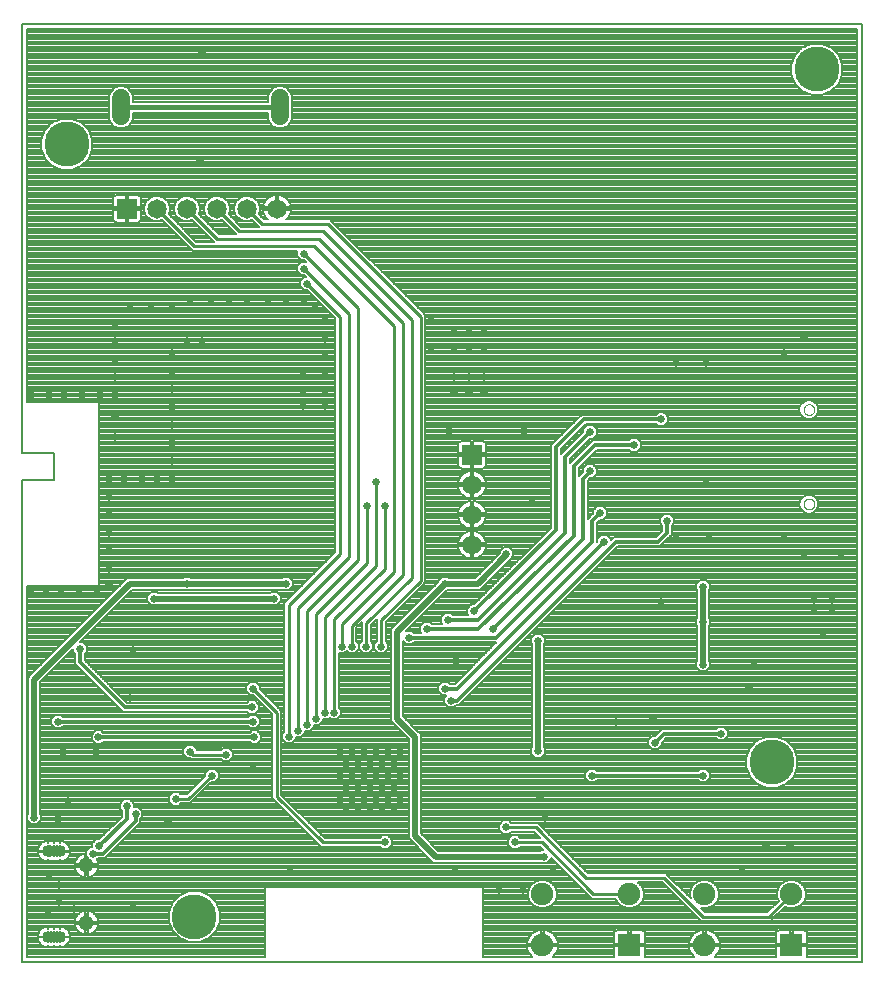
<source format=gbl>
G75*
%MOIN*%
%OFA0B0*%
%FSLAX25Y25*%
%IPPOS*%
%LPD*%
%AMOC8*
5,1,8,0,0,1.08239X$1,22.5*
%
%ADD10C,0.00600*%
%ADD11C,0.00000*%
%ADD12C,0.06000*%
%ADD13C,0.05150*%
%ADD14C,0.04000*%
%ADD15R,0.07500X0.07500*%
%ADD16C,0.07500*%
%ADD17R,0.06500X0.06500*%
%ADD18C,0.06500*%
%ADD19C,0.00800*%
%ADD20C,0.02578*%
%ADD21C,0.02000*%
%ADD22C,0.01000*%
%ADD23C,0.01200*%
%ADD24C,0.15024*%
%ADD25C,0.01600*%
D10*
X0011353Y0001400D02*
X0011353Y0161900D01*
X0022103Y0161900D01*
X0022103Y0170900D01*
X0011353Y0170900D01*
X0011353Y0313900D01*
X0291353Y0313900D01*
X0291353Y0001400D01*
X0011353Y0001400D01*
D11*
X0011404Y0127817D02*
X0011404Y0161872D01*
X0022034Y0161872D01*
X0022034Y0170928D01*
X0011404Y0170928D01*
X0011404Y0186872D01*
X0271920Y0185408D02*
X0271922Y0185492D01*
X0271928Y0185575D01*
X0271938Y0185658D01*
X0271952Y0185741D01*
X0271969Y0185823D01*
X0271991Y0185904D01*
X0272016Y0185983D01*
X0272045Y0186062D01*
X0272078Y0186139D01*
X0272114Y0186214D01*
X0272154Y0186288D01*
X0272197Y0186360D01*
X0272244Y0186429D01*
X0272294Y0186496D01*
X0272347Y0186561D01*
X0272403Y0186623D01*
X0272461Y0186683D01*
X0272523Y0186740D01*
X0272587Y0186793D01*
X0272654Y0186844D01*
X0272723Y0186891D01*
X0272794Y0186936D01*
X0272867Y0186976D01*
X0272942Y0187013D01*
X0273019Y0187047D01*
X0273097Y0187077D01*
X0273176Y0187103D01*
X0273257Y0187126D01*
X0273339Y0187144D01*
X0273421Y0187159D01*
X0273504Y0187170D01*
X0273587Y0187177D01*
X0273671Y0187180D01*
X0273755Y0187179D01*
X0273838Y0187174D01*
X0273922Y0187165D01*
X0274004Y0187152D01*
X0274086Y0187136D01*
X0274167Y0187115D01*
X0274248Y0187091D01*
X0274326Y0187063D01*
X0274404Y0187031D01*
X0274480Y0186995D01*
X0274554Y0186956D01*
X0274626Y0186914D01*
X0274696Y0186868D01*
X0274764Y0186819D01*
X0274829Y0186767D01*
X0274892Y0186712D01*
X0274952Y0186654D01*
X0275010Y0186593D01*
X0275064Y0186529D01*
X0275116Y0186463D01*
X0275164Y0186395D01*
X0275209Y0186324D01*
X0275250Y0186251D01*
X0275289Y0186177D01*
X0275323Y0186101D01*
X0275354Y0186023D01*
X0275381Y0185944D01*
X0275405Y0185863D01*
X0275424Y0185782D01*
X0275440Y0185700D01*
X0275452Y0185617D01*
X0275460Y0185533D01*
X0275464Y0185450D01*
X0275464Y0185366D01*
X0275460Y0185283D01*
X0275452Y0185199D01*
X0275440Y0185116D01*
X0275424Y0185034D01*
X0275405Y0184953D01*
X0275381Y0184872D01*
X0275354Y0184793D01*
X0275323Y0184715D01*
X0275289Y0184639D01*
X0275250Y0184565D01*
X0275209Y0184492D01*
X0275164Y0184421D01*
X0275116Y0184353D01*
X0275064Y0184287D01*
X0275010Y0184223D01*
X0274952Y0184162D01*
X0274892Y0184104D01*
X0274829Y0184049D01*
X0274764Y0183997D01*
X0274696Y0183948D01*
X0274626Y0183902D01*
X0274554Y0183860D01*
X0274480Y0183821D01*
X0274404Y0183785D01*
X0274326Y0183753D01*
X0274248Y0183725D01*
X0274167Y0183701D01*
X0274086Y0183680D01*
X0274004Y0183664D01*
X0273922Y0183651D01*
X0273838Y0183642D01*
X0273755Y0183637D01*
X0273671Y0183636D01*
X0273587Y0183639D01*
X0273504Y0183646D01*
X0273421Y0183657D01*
X0273339Y0183672D01*
X0273257Y0183690D01*
X0273176Y0183713D01*
X0273097Y0183739D01*
X0273019Y0183769D01*
X0272942Y0183803D01*
X0272867Y0183840D01*
X0272794Y0183880D01*
X0272723Y0183925D01*
X0272654Y0183972D01*
X0272587Y0184023D01*
X0272523Y0184076D01*
X0272461Y0184133D01*
X0272403Y0184193D01*
X0272347Y0184255D01*
X0272294Y0184320D01*
X0272244Y0184387D01*
X0272197Y0184456D01*
X0272154Y0184528D01*
X0272114Y0184602D01*
X0272078Y0184677D01*
X0272045Y0184754D01*
X0272016Y0184833D01*
X0271991Y0184912D01*
X0271969Y0184993D01*
X0271952Y0185075D01*
X0271938Y0185158D01*
X0271928Y0185241D01*
X0271922Y0185324D01*
X0271920Y0185408D01*
X0271920Y0153912D02*
X0271922Y0153996D01*
X0271928Y0154079D01*
X0271938Y0154162D01*
X0271952Y0154245D01*
X0271969Y0154327D01*
X0271991Y0154408D01*
X0272016Y0154487D01*
X0272045Y0154566D01*
X0272078Y0154643D01*
X0272114Y0154718D01*
X0272154Y0154792D01*
X0272197Y0154864D01*
X0272244Y0154933D01*
X0272294Y0155000D01*
X0272347Y0155065D01*
X0272403Y0155127D01*
X0272461Y0155187D01*
X0272523Y0155244D01*
X0272587Y0155297D01*
X0272654Y0155348D01*
X0272723Y0155395D01*
X0272794Y0155440D01*
X0272867Y0155480D01*
X0272942Y0155517D01*
X0273019Y0155551D01*
X0273097Y0155581D01*
X0273176Y0155607D01*
X0273257Y0155630D01*
X0273339Y0155648D01*
X0273421Y0155663D01*
X0273504Y0155674D01*
X0273587Y0155681D01*
X0273671Y0155684D01*
X0273755Y0155683D01*
X0273838Y0155678D01*
X0273922Y0155669D01*
X0274004Y0155656D01*
X0274086Y0155640D01*
X0274167Y0155619D01*
X0274248Y0155595D01*
X0274326Y0155567D01*
X0274404Y0155535D01*
X0274480Y0155499D01*
X0274554Y0155460D01*
X0274626Y0155418D01*
X0274696Y0155372D01*
X0274764Y0155323D01*
X0274829Y0155271D01*
X0274892Y0155216D01*
X0274952Y0155158D01*
X0275010Y0155097D01*
X0275064Y0155033D01*
X0275116Y0154967D01*
X0275164Y0154899D01*
X0275209Y0154828D01*
X0275250Y0154755D01*
X0275289Y0154681D01*
X0275323Y0154605D01*
X0275354Y0154527D01*
X0275381Y0154448D01*
X0275405Y0154367D01*
X0275424Y0154286D01*
X0275440Y0154204D01*
X0275452Y0154121D01*
X0275460Y0154037D01*
X0275464Y0153954D01*
X0275464Y0153870D01*
X0275460Y0153787D01*
X0275452Y0153703D01*
X0275440Y0153620D01*
X0275424Y0153538D01*
X0275405Y0153457D01*
X0275381Y0153376D01*
X0275354Y0153297D01*
X0275323Y0153219D01*
X0275289Y0153143D01*
X0275250Y0153069D01*
X0275209Y0152996D01*
X0275164Y0152925D01*
X0275116Y0152857D01*
X0275064Y0152791D01*
X0275010Y0152727D01*
X0274952Y0152666D01*
X0274892Y0152608D01*
X0274829Y0152553D01*
X0274764Y0152501D01*
X0274696Y0152452D01*
X0274626Y0152406D01*
X0274554Y0152364D01*
X0274480Y0152325D01*
X0274404Y0152289D01*
X0274326Y0152257D01*
X0274248Y0152229D01*
X0274167Y0152205D01*
X0274086Y0152184D01*
X0274004Y0152168D01*
X0273922Y0152155D01*
X0273838Y0152146D01*
X0273755Y0152141D01*
X0273671Y0152140D01*
X0273587Y0152143D01*
X0273504Y0152150D01*
X0273421Y0152161D01*
X0273339Y0152176D01*
X0273257Y0152194D01*
X0273176Y0152217D01*
X0273097Y0152243D01*
X0273019Y0152273D01*
X0272942Y0152307D01*
X0272867Y0152344D01*
X0272794Y0152384D01*
X0272723Y0152429D01*
X0272654Y0152476D01*
X0272587Y0152527D01*
X0272523Y0152580D01*
X0272461Y0152637D01*
X0272403Y0152697D01*
X0272347Y0152759D01*
X0272294Y0152824D01*
X0272244Y0152891D01*
X0272197Y0152960D01*
X0272154Y0153032D01*
X0272114Y0153106D01*
X0272078Y0153181D01*
X0272045Y0153258D01*
X0272016Y0153337D01*
X0271991Y0153416D01*
X0271969Y0153497D01*
X0271952Y0153579D01*
X0271938Y0153662D01*
X0271928Y0153745D01*
X0271922Y0153828D01*
X0271920Y0153912D01*
D12*
X0097353Y0283150D02*
X0097353Y0289150D01*
X0044353Y0289150D02*
X0044353Y0283150D01*
D13*
X0032851Y0033447D03*
X0032851Y0014353D03*
D14*
X0024003Y0009628D03*
X0023103Y0009650D03*
X0022003Y0009628D03*
X0021103Y0009650D03*
X0020003Y0009628D03*
X0020853Y0038150D03*
X0020003Y0038172D03*
X0022003Y0038172D03*
X0023103Y0038150D03*
X0024003Y0038172D03*
D15*
X0213853Y0006900D03*
X0267853Y0006900D03*
D16*
X0267853Y0023900D03*
X0238853Y0023900D03*
X0238853Y0006900D03*
X0213853Y0023900D03*
X0184853Y0023900D03*
X0184853Y0006900D03*
D17*
X0161353Y0170400D03*
X0046353Y0252400D03*
D18*
X0056353Y0252400D03*
X0066353Y0252400D03*
X0076353Y0252400D03*
X0086353Y0252400D03*
X0096353Y0252400D03*
X0161353Y0160400D03*
X0161353Y0150400D03*
X0161353Y0140400D03*
D19*
X0161753Y0140341D02*
X0182031Y0140341D01*
X0181233Y0139542D02*
X0173948Y0139542D01*
X0173801Y0139689D02*
X0171905Y0139689D01*
X0170564Y0138348D01*
X0170564Y0137439D01*
X0162525Y0129400D01*
X0153590Y0129400D01*
X0153301Y0129689D01*
X0151405Y0129689D01*
X0150064Y0128348D01*
X0150064Y0127939D01*
X0135525Y0113400D01*
X0134353Y0112228D01*
X0134353Y0081572D01*
X0140353Y0075572D01*
X0140353Y0042572D01*
X0148525Y0034400D01*
X0184116Y0034400D01*
X0184405Y0034111D01*
X0186301Y0034111D01*
X0187642Y0035452D01*
X0187642Y0035990D01*
X0201232Y0022400D01*
X0209333Y0022400D01*
X0209826Y0021209D01*
X0211162Y0019873D01*
X0212908Y0019150D01*
X0214798Y0019150D01*
X0216544Y0019873D01*
X0217880Y0021209D01*
X0218603Y0022955D01*
X0218603Y0024845D01*
X0217880Y0026591D01*
X0216570Y0027900D01*
X0224732Y0027900D01*
X0236853Y0015779D01*
X0236853Y0015779D01*
X0237732Y0014900D01*
X0260974Y0014900D01*
X0261853Y0015779D01*
X0265718Y0019643D01*
X0266908Y0019150D01*
X0268798Y0019150D01*
X0270544Y0019873D01*
X0271880Y0021209D01*
X0272603Y0022955D01*
X0272603Y0024845D01*
X0271880Y0026591D01*
X0270544Y0027927D01*
X0268798Y0028650D01*
X0266908Y0028650D01*
X0265162Y0027927D01*
X0263826Y0026591D01*
X0263103Y0024845D01*
X0263103Y0022955D01*
X0263596Y0021765D01*
X0259732Y0017900D01*
X0238974Y0017900D01*
X0237594Y0019280D01*
X0237908Y0019150D01*
X0239798Y0019150D01*
X0241544Y0019873D01*
X0242880Y0021209D01*
X0243603Y0022955D01*
X0243603Y0024845D01*
X0242880Y0026591D01*
X0241544Y0027927D01*
X0239798Y0028650D01*
X0237908Y0028650D01*
X0236162Y0027927D01*
X0234826Y0026591D01*
X0234103Y0024845D01*
X0234103Y0022955D01*
X0234233Y0022641D01*
X0226853Y0030021D01*
X0226853Y0030021D01*
X0225974Y0030900D01*
X0199974Y0030900D01*
X0183224Y0047650D01*
X0174340Y0047650D01*
X0173551Y0048439D01*
X0171655Y0048439D01*
X0170314Y0047098D01*
X0170314Y0045202D01*
X0171655Y0043861D01*
X0173551Y0043861D01*
X0174340Y0044650D01*
X0181982Y0044650D01*
X0183982Y0042650D01*
X0177340Y0042650D01*
X0176551Y0043439D01*
X0174655Y0043439D01*
X0173314Y0042098D01*
X0173314Y0040202D01*
X0174655Y0038861D01*
X0176551Y0038861D01*
X0177340Y0039650D01*
X0183982Y0039650D01*
X0184943Y0038689D01*
X0184405Y0038689D01*
X0184116Y0038400D01*
X0150181Y0038400D01*
X0144353Y0044228D01*
X0144353Y0077228D01*
X0143181Y0078400D01*
X0138353Y0083228D01*
X0138353Y0108163D01*
X0139405Y0107111D01*
X0141301Y0107111D01*
X0141990Y0107800D01*
X0169490Y0107800D01*
X0155690Y0094000D01*
X0153990Y0094000D01*
X0153301Y0094689D01*
X0151405Y0094689D01*
X0150064Y0093348D01*
X0150064Y0091452D01*
X0151405Y0090111D01*
X0152827Y0090111D01*
X0152064Y0089348D01*
X0152064Y0087452D01*
X0153405Y0086111D01*
X0155301Y0086111D01*
X0155990Y0086800D01*
X0157016Y0086800D01*
X0210016Y0139800D01*
X0224016Y0139800D01*
X0227016Y0142800D01*
X0227953Y0143737D01*
X0227953Y0146763D01*
X0228642Y0147452D01*
X0228642Y0149348D01*
X0227301Y0150689D01*
X0225405Y0150689D01*
X0224064Y0149348D01*
X0224064Y0147452D01*
X0224753Y0146763D01*
X0224753Y0145063D01*
X0222690Y0143000D01*
X0208690Y0143000D01*
X0207642Y0141952D01*
X0207642Y0142348D01*
X0206301Y0143689D01*
X0204405Y0143689D01*
X0203064Y0142348D01*
X0203064Y0141374D01*
X0202953Y0141263D01*
X0202953Y0147487D01*
X0204077Y0148611D01*
X0205051Y0148611D01*
X0206392Y0149952D01*
X0206392Y0151848D01*
X0205051Y0153189D01*
X0203155Y0153189D01*
X0201814Y0151848D01*
X0201814Y0150874D01*
X0199953Y0149013D01*
X0199953Y0161737D01*
X0200827Y0162611D01*
X0201551Y0162611D01*
X0202892Y0163952D01*
X0202892Y0165848D01*
X0201551Y0167189D01*
X0199655Y0167189D01*
X0198314Y0165848D01*
X0198314Y0164624D01*
X0196953Y0163263D01*
X0196953Y0165987D01*
X0203016Y0172050D01*
X0213716Y0172050D01*
X0214405Y0171361D01*
X0216301Y0171361D01*
X0217642Y0172702D01*
X0217642Y0174598D01*
X0216301Y0175939D01*
X0214405Y0175939D01*
X0213716Y0175250D01*
X0201690Y0175250D01*
X0200753Y0174313D01*
X0193953Y0167513D01*
X0193953Y0168987D01*
X0200577Y0175611D01*
X0201551Y0175611D01*
X0202892Y0176952D01*
X0202892Y0178848D01*
X0201551Y0180189D01*
X0199655Y0180189D01*
X0198314Y0178848D01*
X0198314Y0177874D01*
X0190953Y0170513D01*
X0190953Y0172237D01*
X0199266Y0180550D01*
X0222716Y0180550D01*
X0223405Y0179861D01*
X0225301Y0179861D01*
X0226642Y0181202D01*
X0226642Y0183098D01*
X0225301Y0184439D01*
X0223405Y0184439D01*
X0222716Y0183750D01*
X0197940Y0183750D01*
X0197003Y0182813D01*
X0187753Y0173563D01*
X0187753Y0146063D01*
X0162129Y0120439D01*
X0161155Y0120439D01*
X0159814Y0119098D01*
X0159814Y0117202D01*
X0160016Y0117000D01*
X0154990Y0117000D01*
X0154301Y0117689D01*
X0152405Y0117689D01*
X0151064Y0116348D01*
X0151064Y0114452D01*
X0151516Y0114000D01*
X0147990Y0114000D01*
X0147301Y0114689D01*
X0145405Y0114689D01*
X0144064Y0113348D01*
X0144064Y0111452D01*
X0144516Y0111000D01*
X0141990Y0111000D01*
X0141301Y0111689D01*
X0139470Y0111689D01*
X0152892Y0125111D01*
X0153301Y0125111D01*
X0153590Y0125400D01*
X0164181Y0125400D01*
X0174853Y0136072D01*
X0174853Y0136163D01*
X0175142Y0136452D01*
X0175142Y0138348D01*
X0173801Y0139689D01*
X0174746Y0138744D02*
X0180434Y0138744D01*
X0179636Y0137945D02*
X0175142Y0137945D01*
X0175142Y0137147D02*
X0178837Y0137147D01*
X0178039Y0136348D02*
X0175039Y0136348D01*
X0174331Y0135550D02*
X0177240Y0135550D01*
X0176442Y0134751D02*
X0173533Y0134751D01*
X0172734Y0133953D02*
X0175643Y0133953D01*
X0174845Y0133154D02*
X0171936Y0133154D01*
X0171137Y0132356D02*
X0174046Y0132356D01*
X0173248Y0131557D02*
X0170339Y0131557D01*
X0169540Y0130759D02*
X0172449Y0130759D01*
X0171651Y0129960D02*
X0168742Y0129960D01*
X0167943Y0129162D02*
X0170852Y0129162D01*
X0170054Y0128363D02*
X0167145Y0128363D01*
X0166346Y0127565D02*
X0169255Y0127565D01*
X0168457Y0126766D02*
X0165548Y0126766D01*
X0164749Y0125968D02*
X0167658Y0125968D01*
X0166860Y0125169D02*
X0153359Y0125169D01*
X0152152Y0124371D02*
X0166061Y0124371D01*
X0165263Y0123572D02*
X0151354Y0123572D01*
X0150555Y0122774D02*
X0164464Y0122774D01*
X0163665Y0121975D02*
X0149757Y0121975D01*
X0148958Y0121177D02*
X0162867Y0121177D01*
X0161094Y0120378D02*
X0148160Y0120378D01*
X0147361Y0119580D02*
X0160296Y0119580D01*
X0159814Y0118781D02*
X0146563Y0118781D01*
X0145764Y0117983D02*
X0159814Y0117983D01*
X0159832Y0117184D02*
X0154806Y0117184D01*
X0151900Y0117184D02*
X0144966Y0117184D01*
X0144167Y0116386D02*
X0151102Y0116386D01*
X0151064Y0115587D02*
X0143369Y0115587D01*
X0142570Y0114789D02*
X0151064Y0114789D01*
X0144706Y0113990D02*
X0141772Y0113990D01*
X0140973Y0113192D02*
X0144064Y0113192D01*
X0144064Y0112393D02*
X0140174Y0112393D01*
X0141396Y0111595D02*
X0144064Y0111595D01*
X0141792Y0107602D02*
X0169292Y0107602D01*
X0168494Y0106803D02*
X0138353Y0106803D01*
X0138353Y0106005D02*
X0167695Y0106005D01*
X0166897Y0105206D02*
X0138353Y0105206D01*
X0138353Y0104408D02*
X0166098Y0104408D01*
X0165300Y0103609D02*
X0138353Y0103609D01*
X0138353Y0102811D02*
X0164501Y0102811D01*
X0163703Y0102012D02*
X0138353Y0102012D01*
X0138353Y0101214D02*
X0162904Y0101214D01*
X0162106Y0100415D02*
X0138353Y0100415D01*
X0138353Y0099617D02*
X0161307Y0099617D01*
X0160509Y0098818D02*
X0138353Y0098818D01*
X0138353Y0098020D02*
X0159710Y0098020D01*
X0158912Y0097221D02*
X0138353Y0097221D01*
X0138353Y0096423D02*
X0158113Y0096423D01*
X0157315Y0095624D02*
X0138353Y0095624D01*
X0138353Y0094826D02*
X0156516Y0094826D01*
X0155718Y0094027D02*
X0153963Y0094027D01*
X0150743Y0094027D02*
X0138353Y0094027D01*
X0138353Y0093229D02*
X0150064Y0093229D01*
X0150064Y0092430D02*
X0138353Y0092430D01*
X0138353Y0091632D02*
X0150064Y0091632D01*
X0150683Y0090833D02*
X0138353Y0090833D01*
X0138353Y0090035D02*
X0152751Y0090035D01*
X0152064Y0089236D02*
X0138353Y0089236D01*
X0138353Y0088438D02*
X0152064Y0088438D01*
X0152064Y0087639D02*
X0138353Y0087639D01*
X0138353Y0086841D02*
X0152675Y0086841D01*
X0157056Y0086841D02*
X0181353Y0086841D01*
X0181353Y0087639D02*
X0157855Y0087639D01*
X0158653Y0088438D02*
X0181353Y0088438D01*
X0181353Y0089236D02*
X0159452Y0089236D01*
X0160250Y0090035D02*
X0181353Y0090035D01*
X0181353Y0090833D02*
X0161049Y0090833D01*
X0161848Y0091632D02*
X0181353Y0091632D01*
X0181353Y0092430D02*
X0162646Y0092430D01*
X0163445Y0093229D02*
X0181353Y0093229D01*
X0181353Y0094027D02*
X0164243Y0094027D01*
X0165042Y0094826D02*
X0181353Y0094826D01*
X0181353Y0095624D02*
X0165840Y0095624D01*
X0166639Y0096423D02*
X0181353Y0096423D01*
X0181353Y0097221D02*
X0167437Y0097221D01*
X0168236Y0098020D02*
X0181353Y0098020D01*
X0181353Y0098818D02*
X0169034Y0098818D01*
X0169833Y0099617D02*
X0181353Y0099617D01*
X0181353Y0100415D02*
X0170631Y0100415D01*
X0171430Y0101214D02*
X0181353Y0101214D01*
X0181353Y0102012D02*
X0172228Y0102012D01*
X0173027Y0102811D02*
X0181353Y0102811D01*
X0181353Y0103609D02*
X0173825Y0103609D01*
X0174624Y0104408D02*
X0181353Y0104408D01*
X0181353Y0105206D02*
X0175422Y0105206D01*
X0176221Y0106005D02*
X0181353Y0106005D01*
X0181353Y0106803D02*
X0177019Y0106803D01*
X0177818Y0107602D02*
X0181064Y0107602D01*
X0181064Y0107452D02*
X0181353Y0107163D01*
X0181353Y0072887D01*
X0181064Y0072598D01*
X0181064Y0070702D01*
X0182405Y0069361D01*
X0184301Y0069361D01*
X0185642Y0070702D01*
X0185642Y0072598D01*
X0185353Y0072887D01*
X0185353Y0107163D01*
X0185642Y0107452D01*
X0185642Y0109348D01*
X0184301Y0110689D01*
X0182405Y0110689D01*
X0181064Y0109348D01*
X0181064Y0107452D01*
X0181064Y0108401D02*
X0178616Y0108401D01*
X0179415Y0109199D02*
X0181064Y0109199D01*
X0181713Y0109998D02*
X0180213Y0109998D01*
X0181012Y0110796D02*
X0236353Y0110796D01*
X0236353Y0109998D02*
X0184993Y0109998D01*
X0185642Y0109199D02*
X0236353Y0109199D01*
X0236353Y0108401D02*
X0185642Y0108401D01*
X0185642Y0107602D02*
X0236353Y0107602D01*
X0236353Y0106803D02*
X0185353Y0106803D01*
X0185353Y0106005D02*
X0236353Y0106005D01*
X0236353Y0105206D02*
X0185353Y0105206D01*
X0185353Y0104408D02*
X0236353Y0104408D01*
X0236353Y0103609D02*
X0185353Y0103609D01*
X0185353Y0102811D02*
X0236353Y0102811D01*
X0236353Y0102012D02*
X0185353Y0102012D01*
X0185353Y0101214D02*
X0236064Y0101214D01*
X0236064Y0101348D02*
X0236064Y0099452D01*
X0237405Y0098111D01*
X0239301Y0098111D01*
X0240642Y0099452D01*
X0240642Y0101348D01*
X0240353Y0101637D01*
X0240353Y0113413D01*
X0240642Y0113702D01*
X0240642Y0115598D01*
X0240353Y0115887D01*
X0240353Y0125163D01*
X0240642Y0125452D01*
X0240642Y0127348D01*
X0239301Y0128689D01*
X0237405Y0128689D01*
X0236064Y0127348D01*
X0236064Y0125452D01*
X0236353Y0125163D01*
X0236353Y0115887D01*
X0236064Y0115598D01*
X0236064Y0113702D01*
X0236353Y0113413D01*
X0236353Y0101637D01*
X0236064Y0101348D01*
X0236064Y0100415D02*
X0185353Y0100415D01*
X0185353Y0099617D02*
X0236064Y0099617D01*
X0236698Y0098818D02*
X0185353Y0098818D01*
X0185353Y0098020D02*
X0289653Y0098020D01*
X0289653Y0098818D02*
X0240008Y0098818D01*
X0240642Y0099617D02*
X0289653Y0099617D01*
X0289653Y0100415D02*
X0240642Y0100415D01*
X0240642Y0101214D02*
X0289653Y0101214D01*
X0289653Y0102012D02*
X0240353Y0102012D01*
X0240353Y0102811D02*
X0289653Y0102811D01*
X0289653Y0103609D02*
X0240353Y0103609D01*
X0240353Y0104408D02*
X0289653Y0104408D01*
X0289653Y0105206D02*
X0240353Y0105206D01*
X0240353Y0106005D02*
X0289653Y0106005D01*
X0289653Y0106803D02*
X0240353Y0106803D01*
X0240353Y0107602D02*
X0289653Y0107602D01*
X0289653Y0108401D02*
X0240353Y0108401D01*
X0240353Y0109199D02*
X0289653Y0109199D01*
X0289653Y0109998D02*
X0240353Y0109998D01*
X0240353Y0110796D02*
X0289653Y0110796D01*
X0289653Y0111595D02*
X0240353Y0111595D01*
X0240353Y0112393D02*
X0289653Y0112393D01*
X0289653Y0113192D02*
X0240353Y0113192D01*
X0240642Y0113990D02*
X0289653Y0113990D01*
X0289653Y0114789D02*
X0240642Y0114789D01*
X0240642Y0115587D02*
X0289653Y0115587D01*
X0289653Y0116386D02*
X0240353Y0116386D01*
X0240353Y0117184D02*
X0289653Y0117184D01*
X0289653Y0117983D02*
X0240353Y0117983D01*
X0240353Y0118781D02*
X0289653Y0118781D01*
X0289653Y0119580D02*
X0240353Y0119580D01*
X0240353Y0120378D02*
X0289653Y0120378D01*
X0289653Y0121177D02*
X0240353Y0121177D01*
X0240353Y0121975D02*
X0289653Y0121975D01*
X0289653Y0122774D02*
X0240353Y0122774D01*
X0240353Y0123572D02*
X0289653Y0123572D01*
X0289653Y0124371D02*
X0240353Y0124371D01*
X0240359Y0125169D02*
X0289653Y0125169D01*
X0289653Y0125968D02*
X0240642Y0125968D01*
X0240642Y0126766D02*
X0289653Y0126766D01*
X0289653Y0127565D02*
X0240425Y0127565D01*
X0239627Y0128363D02*
X0289653Y0128363D01*
X0289653Y0129162D02*
X0199378Y0129162D01*
X0200176Y0129960D02*
X0289653Y0129960D01*
X0289653Y0130759D02*
X0200975Y0130759D01*
X0201773Y0131557D02*
X0289653Y0131557D01*
X0289653Y0132356D02*
X0202572Y0132356D01*
X0203370Y0133154D02*
X0289653Y0133154D01*
X0289653Y0133953D02*
X0204169Y0133953D01*
X0204967Y0134751D02*
X0289653Y0134751D01*
X0289653Y0135550D02*
X0205766Y0135550D01*
X0206564Y0136348D02*
X0289653Y0136348D01*
X0289653Y0137147D02*
X0207363Y0137147D01*
X0208161Y0137945D02*
X0289653Y0137945D01*
X0289653Y0138744D02*
X0208960Y0138744D01*
X0209758Y0139542D02*
X0289653Y0139542D01*
X0289653Y0140341D02*
X0224557Y0140341D01*
X0225355Y0141139D02*
X0289653Y0141139D01*
X0289653Y0141938D02*
X0226154Y0141938D01*
X0226952Y0142737D02*
X0289653Y0142737D01*
X0289653Y0143535D02*
X0227751Y0143535D01*
X0227953Y0144334D02*
X0289653Y0144334D01*
X0289653Y0145132D02*
X0227953Y0145132D01*
X0227953Y0145931D02*
X0289653Y0145931D01*
X0289653Y0146729D02*
X0227953Y0146729D01*
X0228642Y0147528D02*
X0289653Y0147528D01*
X0289653Y0148326D02*
X0228642Y0148326D01*
X0228642Y0149125D02*
X0289653Y0149125D01*
X0289653Y0149923D02*
X0228067Y0149923D01*
X0224639Y0149923D02*
X0206363Y0149923D01*
X0206392Y0150722D02*
X0289653Y0150722D01*
X0289653Y0151520D02*
X0275785Y0151520D01*
X0275488Y0151223D02*
X0276380Y0152115D01*
X0276863Y0153281D01*
X0276863Y0154543D01*
X0276380Y0155708D01*
X0275488Y0156601D01*
X0274322Y0157083D01*
X0273061Y0157083D01*
X0271895Y0156601D01*
X0271003Y0155708D01*
X0270520Y0154543D01*
X0270520Y0153281D01*
X0271003Y0152115D01*
X0271895Y0151223D01*
X0273061Y0150740D01*
X0274322Y0150740D01*
X0275488Y0151223D01*
X0276465Y0152319D02*
X0289653Y0152319D01*
X0289653Y0153117D02*
X0276795Y0153117D01*
X0276863Y0153916D02*
X0289653Y0153916D01*
X0289653Y0154714D02*
X0276792Y0154714D01*
X0276461Y0155513D02*
X0289653Y0155513D01*
X0289653Y0156311D02*
X0275778Y0156311D01*
X0271606Y0156311D02*
X0199953Y0156311D01*
X0199953Y0155513D02*
X0270922Y0155513D01*
X0270591Y0154714D02*
X0199953Y0154714D01*
X0199953Y0153916D02*
X0270520Y0153916D01*
X0270588Y0153117D02*
X0205123Y0153117D01*
X0205921Y0152319D02*
X0270919Y0152319D01*
X0271598Y0151520D02*
X0206392Y0151520D01*
X0205565Y0149125D02*
X0224064Y0149125D01*
X0224064Y0148326D02*
X0203792Y0148326D01*
X0202993Y0147528D02*
X0224064Y0147528D01*
X0224753Y0146729D02*
X0202953Y0146729D01*
X0202953Y0145931D02*
X0224753Y0145931D01*
X0224753Y0145132D02*
X0202953Y0145132D01*
X0202953Y0144334D02*
X0224024Y0144334D01*
X0223225Y0143535D02*
X0206455Y0143535D01*
X0207254Y0142737D02*
X0208427Y0142737D01*
X0204251Y0143535D02*
X0202953Y0143535D01*
X0202953Y0142737D02*
X0203452Y0142737D01*
X0203064Y0141938D02*
X0202953Y0141938D01*
X0200065Y0149125D02*
X0199953Y0149125D01*
X0199953Y0149923D02*
X0200863Y0149923D01*
X0201662Y0150722D02*
X0199953Y0150722D01*
X0199953Y0151520D02*
X0201814Y0151520D01*
X0202285Y0152319D02*
X0199953Y0152319D01*
X0199953Y0153117D02*
X0203083Y0153117D01*
X0199953Y0157110D02*
X0289653Y0157110D01*
X0289653Y0157908D02*
X0199953Y0157908D01*
X0199953Y0158707D02*
X0289653Y0158707D01*
X0289653Y0159505D02*
X0199953Y0159505D01*
X0199953Y0160304D02*
X0289653Y0160304D01*
X0289653Y0161102D02*
X0199953Y0161102D01*
X0200117Y0161901D02*
X0289653Y0161901D01*
X0289653Y0162699D02*
X0201639Y0162699D01*
X0202438Y0163498D02*
X0289653Y0163498D01*
X0289653Y0164296D02*
X0202892Y0164296D01*
X0202892Y0165095D02*
X0289653Y0165095D01*
X0289653Y0165893D02*
X0202847Y0165893D01*
X0202048Y0166692D02*
X0289653Y0166692D01*
X0289653Y0167490D02*
X0198456Y0167490D01*
X0199158Y0166692D02*
X0197658Y0166692D01*
X0198359Y0165893D02*
X0196953Y0165893D01*
X0196953Y0165095D02*
X0198314Y0165095D01*
X0197987Y0164296D02*
X0196953Y0164296D01*
X0196953Y0163498D02*
X0197188Y0163498D01*
X0199255Y0168289D02*
X0289653Y0168289D01*
X0289653Y0169087D02*
X0200053Y0169087D01*
X0200852Y0169886D02*
X0289653Y0169886D01*
X0289653Y0170684D02*
X0201650Y0170684D01*
X0202449Y0171483D02*
X0214283Y0171483D01*
X0216423Y0171483D02*
X0289653Y0171483D01*
X0289653Y0172281D02*
X0217222Y0172281D01*
X0217642Y0173080D02*
X0289653Y0173080D01*
X0289653Y0173878D02*
X0217642Y0173878D01*
X0217563Y0174677D02*
X0289653Y0174677D01*
X0289653Y0175475D02*
X0216765Y0175475D01*
X0213941Y0175475D02*
X0200441Y0175475D01*
X0201117Y0174677D02*
X0199643Y0174677D01*
X0200319Y0173878D02*
X0198844Y0173878D01*
X0199520Y0173080D02*
X0198046Y0173080D01*
X0198722Y0172281D02*
X0197247Y0172281D01*
X0197923Y0171483D02*
X0196449Y0171483D01*
X0197125Y0170684D02*
X0195650Y0170684D01*
X0196326Y0169886D02*
X0194852Y0169886D01*
X0195528Y0169087D02*
X0194053Y0169087D01*
X0193953Y0168289D02*
X0194729Y0168289D01*
X0191923Y0171483D02*
X0190953Y0171483D01*
X0190953Y0170684D02*
X0191125Y0170684D01*
X0190997Y0172281D02*
X0192722Y0172281D01*
X0193520Y0173080D02*
X0191796Y0173080D01*
X0192594Y0173878D02*
X0194319Y0173878D01*
X0195117Y0174677D02*
X0193393Y0174677D01*
X0194191Y0175475D02*
X0195916Y0175475D01*
X0196714Y0176274D02*
X0194990Y0176274D01*
X0195788Y0177072D02*
X0197513Y0177072D01*
X0198311Y0177871D02*
X0196587Y0177871D01*
X0197385Y0178670D02*
X0198314Y0178670D01*
X0198184Y0179468D02*
X0198934Y0179468D01*
X0198982Y0180267D02*
X0222999Y0180267D01*
X0225707Y0180267D02*
X0289653Y0180267D01*
X0289653Y0181065D02*
X0226505Y0181065D01*
X0226642Y0181864D02*
X0289653Y0181864D01*
X0289653Y0182662D02*
X0275351Y0182662D01*
X0275488Y0182719D02*
X0276380Y0183611D01*
X0276863Y0184777D01*
X0276863Y0186039D01*
X0276380Y0187204D01*
X0275488Y0188097D01*
X0274322Y0188580D01*
X0273061Y0188580D01*
X0271895Y0188097D01*
X0271003Y0187204D01*
X0270520Y0186039D01*
X0270520Y0184777D01*
X0271003Y0183611D01*
X0271895Y0182719D01*
X0273061Y0182236D01*
X0274322Y0182236D01*
X0275488Y0182719D01*
X0276230Y0183461D02*
X0289653Y0183461D01*
X0289653Y0184259D02*
X0276649Y0184259D01*
X0276863Y0185058D02*
X0289653Y0185058D01*
X0289653Y0185856D02*
X0276863Y0185856D01*
X0276608Y0186655D02*
X0289653Y0186655D01*
X0289653Y0187453D02*
X0276132Y0187453D01*
X0275114Y0188252D02*
X0289653Y0188252D01*
X0289653Y0189050D02*
X0145853Y0189050D01*
X0145853Y0188252D02*
X0272269Y0188252D01*
X0271251Y0187453D02*
X0145853Y0187453D01*
X0145853Y0186655D02*
X0270775Y0186655D01*
X0270520Y0185856D02*
X0145853Y0185856D01*
X0145853Y0185058D02*
X0270520Y0185058D01*
X0270734Y0184259D02*
X0225481Y0184259D01*
X0226280Y0183461D02*
X0271153Y0183461D01*
X0272033Y0182662D02*
X0226642Y0182662D01*
X0223225Y0184259D02*
X0145853Y0184259D01*
X0145853Y0183461D02*
X0197651Y0183461D01*
X0196852Y0182662D02*
X0145853Y0182662D01*
X0145853Y0181864D02*
X0196054Y0181864D01*
X0195255Y0181065D02*
X0145853Y0181065D01*
X0145853Y0180267D02*
X0194457Y0180267D01*
X0193658Y0179468D02*
X0145853Y0179468D01*
X0145853Y0178670D02*
X0192860Y0178670D01*
X0192061Y0177871D02*
X0145853Y0177871D01*
X0145853Y0177072D02*
X0191263Y0177072D01*
X0190464Y0176274D02*
X0145853Y0176274D01*
X0145853Y0175475D02*
X0189666Y0175475D01*
X0188867Y0174677D02*
X0165556Y0174677D01*
X0165463Y0174770D02*
X0165143Y0174955D01*
X0164787Y0175050D01*
X0161753Y0175050D01*
X0161753Y0170800D01*
X0166003Y0170800D01*
X0166003Y0173834D01*
X0165908Y0174190D01*
X0165723Y0174510D01*
X0165463Y0174770D01*
X0165991Y0173878D02*
X0188069Y0173878D01*
X0187753Y0173080D02*
X0166003Y0173080D01*
X0166003Y0172281D02*
X0187753Y0172281D01*
X0187753Y0171483D02*
X0166003Y0171483D01*
X0166003Y0170000D02*
X0161753Y0170000D01*
X0161753Y0170800D01*
X0160953Y0170800D01*
X0160953Y0175050D01*
X0157919Y0175050D01*
X0157563Y0174955D01*
X0157243Y0174770D01*
X0156983Y0174510D01*
X0156798Y0174190D01*
X0156703Y0173834D01*
X0156703Y0170800D01*
X0160953Y0170800D01*
X0160953Y0170000D01*
X0161753Y0170000D01*
X0161753Y0165750D01*
X0164787Y0165750D01*
X0165143Y0165845D01*
X0165463Y0166030D01*
X0165723Y0166290D01*
X0165908Y0166610D01*
X0166003Y0166966D01*
X0166003Y0170000D01*
X0166003Y0169886D02*
X0187753Y0169886D01*
X0187753Y0170684D02*
X0161753Y0170684D01*
X0161753Y0169886D02*
X0160953Y0169886D01*
X0160953Y0170000D02*
X0160953Y0165750D01*
X0157919Y0165750D01*
X0157563Y0165845D01*
X0157243Y0166030D01*
X0156983Y0166290D01*
X0156798Y0166610D01*
X0156703Y0166966D01*
X0156703Y0170000D01*
X0160953Y0170000D01*
X0160953Y0170684D02*
X0145853Y0170684D01*
X0145853Y0169886D02*
X0156703Y0169886D01*
X0156703Y0169087D02*
X0145853Y0169087D01*
X0145853Y0168289D02*
X0156703Y0168289D01*
X0156703Y0167490D02*
X0145853Y0167490D01*
X0145853Y0166692D02*
X0156776Y0166692D01*
X0157480Y0165893D02*
X0145853Y0165893D01*
X0145853Y0165095D02*
X0187753Y0165095D01*
X0187753Y0165893D02*
X0165226Y0165893D01*
X0165930Y0166692D02*
X0187753Y0166692D01*
X0187753Y0167490D02*
X0166003Y0167490D01*
X0166003Y0168289D02*
X0187753Y0168289D01*
X0187753Y0169087D02*
X0166003Y0169087D01*
X0163790Y0164377D02*
X0163138Y0164709D01*
X0162442Y0164935D01*
X0161753Y0165045D01*
X0161753Y0160800D01*
X0165998Y0160800D01*
X0165888Y0161489D01*
X0165662Y0162185D01*
X0165330Y0162837D01*
X0164900Y0163429D01*
X0164382Y0163947D01*
X0163790Y0164377D01*
X0163901Y0164296D02*
X0187753Y0164296D01*
X0187753Y0163498D02*
X0164831Y0163498D01*
X0165400Y0162699D02*
X0187753Y0162699D01*
X0187753Y0161901D02*
X0165755Y0161901D01*
X0165950Y0161102D02*
X0187753Y0161102D01*
X0187753Y0160304D02*
X0161753Y0160304D01*
X0161753Y0160000D02*
X0161753Y0160800D01*
X0160953Y0160800D01*
X0160953Y0165045D01*
X0160264Y0164935D01*
X0159568Y0164709D01*
X0158916Y0164377D01*
X0158324Y0163947D01*
X0157806Y0163429D01*
X0157376Y0162837D01*
X0157044Y0162185D01*
X0156817Y0161489D01*
X0156708Y0160800D01*
X0160953Y0160800D01*
X0160953Y0160000D01*
X0161753Y0160000D01*
X0165998Y0160000D01*
X0165888Y0159311D01*
X0165662Y0158615D01*
X0165330Y0157963D01*
X0164900Y0157371D01*
X0164382Y0156853D01*
X0163790Y0156423D01*
X0163138Y0156091D01*
X0162442Y0155864D01*
X0161753Y0155755D01*
X0161753Y0160000D01*
X0161753Y0159505D02*
X0160953Y0159505D01*
X0160953Y0160000D02*
X0160953Y0155755D01*
X0160264Y0155864D01*
X0159568Y0156091D01*
X0158916Y0156423D01*
X0158324Y0156853D01*
X0157806Y0157371D01*
X0157376Y0157963D01*
X0157044Y0158615D01*
X0156817Y0159311D01*
X0156708Y0160000D01*
X0160953Y0160000D01*
X0160953Y0160304D02*
X0145853Y0160304D01*
X0145853Y0161102D02*
X0156756Y0161102D01*
X0156951Y0161901D02*
X0145853Y0161901D01*
X0145853Y0162699D02*
X0157306Y0162699D01*
X0157875Y0163498D02*
X0145853Y0163498D01*
X0145853Y0164296D02*
X0158805Y0164296D01*
X0160953Y0164296D02*
X0161753Y0164296D01*
X0161753Y0163498D02*
X0160953Y0163498D01*
X0160953Y0162699D02*
X0161753Y0162699D01*
X0161753Y0161901D02*
X0160953Y0161901D01*
X0160953Y0161102D02*
X0161753Y0161102D01*
X0161753Y0158707D02*
X0160953Y0158707D01*
X0160953Y0157908D02*
X0161753Y0157908D01*
X0161753Y0157110D02*
X0160953Y0157110D01*
X0160953Y0156311D02*
X0161753Y0156311D01*
X0161753Y0155045D02*
X0162442Y0154935D01*
X0163138Y0154709D01*
X0163790Y0154377D01*
X0164382Y0153947D01*
X0164900Y0153429D01*
X0165330Y0152837D01*
X0165662Y0152185D01*
X0165888Y0151489D01*
X0165998Y0150800D01*
X0161753Y0150800D01*
X0161753Y0150000D01*
X0165998Y0150000D01*
X0165888Y0149311D01*
X0165662Y0148615D01*
X0165330Y0147963D01*
X0164900Y0147371D01*
X0164382Y0146853D01*
X0163790Y0146423D01*
X0163138Y0146091D01*
X0162442Y0145864D01*
X0161753Y0145755D01*
X0161753Y0150000D01*
X0160953Y0150000D01*
X0160953Y0145755D01*
X0160264Y0145864D01*
X0159568Y0146091D01*
X0158916Y0146423D01*
X0158324Y0146853D01*
X0157806Y0147371D01*
X0157376Y0147963D01*
X0157044Y0148615D01*
X0156817Y0149311D01*
X0156708Y0150000D01*
X0160953Y0150000D01*
X0160953Y0150800D01*
X0160953Y0155045D01*
X0160264Y0154935D01*
X0159568Y0154709D01*
X0158916Y0154377D01*
X0158324Y0153947D01*
X0157806Y0153429D01*
X0157376Y0152837D01*
X0157044Y0152185D01*
X0156817Y0151489D01*
X0156708Y0150800D01*
X0160953Y0150800D01*
X0161753Y0150800D01*
X0161753Y0155045D01*
X0161753Y0154714D02*
X0160953Y0154714D01*
X0160953Y0153916D02*
X0161753Y0153916D01*
X0161753Y0153117D02*
X0160953Y0153117D01*
X0160953Y0152319D02*
X0161753Y0152319D01*
X0161753Y0151520D02*
X0160953Y0151520D01*
X0160953Y0150722D02*
X0145853Y0150722D01*
X0145853Y0151520D02*
X0156828Y0151520D01*
X0157112Y0152319D02*
X0145853Y0152319D01*
X0145853Y0153117D02*
X0157579Y0153117D01*
X0158293Y0153916D02*
X0145853Y0153916D01*
X0145853Y0154714D02*
X0159583Y0154714D01*
X0159135Y0156311D02*
X0145853Y0156311D01*
X0145853Y0155513D02*
X0187753Y0155513D01*
X0187753Y0156311D02*
X0163571Y0156311D01*
X0164639Y0157110D02*
X0187753Y0157110D01*
X0187753Y0157908D02*
X0165290Y0157908D01*
X0165692Y0158707D02*
X0187753Y0158707D01*
X0187753Y0159505D02*
X0165919Y0159505D01*
X0163123Y0154714D02*
X0187753Y0154714D01*
X0187753Y0153916D02*
X0164413Y0153916D01*
X0165127Y0153117D02*
X0187753Y0153117D01*
X0187753Y0152319D02*
X0165594Y0152319D01*
X0165878Y0151520D02*
X0187753Y0151520D01*
X0187753Y0150722D02*
X0161753Y0150722D01*
X0161753Y0149923D02*
X0160953Y0149923D01*
X0160953Y0149125D02*
X0161753Y0149125D01*
X0161753Y0148326D02*
X0160953Y0148326D01*
X0160953Y0147528D02*
X0161753Y0147528D01*
X0161753Y0146729D02*
X0160953Y0146729D01*
X0160953Y0145931D02*
X0161753Y0145931D01*
X0161753Y0145045D02*
X0162442Y0144935D01*
X0163138Y0144709D01*
X0163790Y0144377D01*
X0164382Y0143947D01*
X0164900Y0143429D01*
X0165330Y0142837D01*
X0165662Y0142185D01*
X0165888Y0141489D01*
X0165998Y0140800D01*
X0161753Y0140800D01*
X0161753Y0140000D01*
X0165998Y0140000D01*
X0165888Y0139311D01*
X0165662Y0138615D01*
X0165330Y0137963D01*
X0164900Y0137371D01*
X0164382Y0136853D01*
X0163790Y0136423D01*
X0163138Y0136091D01*
X0162442Y0135864D01*
X0161753Y0135755D01*
X0161753Y0140000D01*
X0160953Y0140000D01*
X0160953Y0135755D01*
X0160264Y0135864D01*
X0159568Y0136091D01*
X0158916Y0136423D01*
X0158324Y0136853D01*
X0157806Y0137371D01*
X0157376Y0137963D01*
X0157044Y0138615D01*
X0156817Y0139311D01*
X0156708Y0140000D01*
X0160953Y0140000D01*
X0160953Y0140800D01*
X0160953Y0145045D01*
X0160264Y0144935D01*
X0159568Y0144709D01*
X0158916Y0144377D01*
X0158324Y0143947D01*
X0157806Y0143429D01*
X0157376Y0142837D01*
X0157044Y0142185D01*
X0156817Y0141489D01*
X0156708Y0140800D01*
X0160953Y0140800D01*
X0161753Y0140800D01*
X0161753Y0145045D01*
X0161753Y0144334D02*
X0160953Y0144334D01*
X0160953Y0143535D02*
X0161753Y0143535D01*
X0161753Y0142737D02*
X0160953Y0142737D01*
X0160953Y0141938D02*
X0161753Y0141938D01*
X0161753Y0141139D02*
X0160953Y0141139D01*
X0160953Y0140341D02*
X0145853Y0140341D01*
X0145853Y0141139D02*
X0156762Y0141139D01*
X0156963Y0141938D02*
X0145853Y0141938D01*
X0145853Y0142737D02*
X0157325Y0142737D01*
X0157912Y0143535D02*
X0145853Y0143535D01*
X0145853Y0144334D02*
X0158856Y0144334D01*
X0160061Y0145931D02*
X0145853Y0145931D01*
X0145853Y0146729D02*
X0158495Y0146729D01*
X0157692Y0147528D02*
X0145853Y0147528D01*
X0145853Y0148326D02*
X0157191Y0148326D01*
X0156878Y0149125D02*
X0145853Y0149125D01*
X0145853Y0149923D02*
X0156721Y0149923D01*
X0162645Y0145931D02*
X0187621Y0145931D01*
X0187753Y0146729D02*
X0164211Y0146729D01*
X0165014Y0147528D02*
X0187753Y0147528D01*
X0187753Y0148326D02*
X0165515Y0148326D01*
X0165828Y0149125D02*
X0187753Y0149125D01*
X0187753Y0149923D02*
X0165985Y0149923D01*
X0163850Y0144334D02*
X0186024Y0144334D01*
X0186822Y0145132D02*
X0145853Y0145132D01*
X0145853Y0139542D02*
X0156781Y0139542D01*
X0157002Y0138744D02*
X0145853Y0138744D01*
X0145853Y0137945D02*
X0157389Y0137945D01*
X0158030Y0137147D02*
X0145853Y0137147D01*
X0145853Y0136348D02*
X0159062Y0136348D01*
X0160953Y0136348D02*
X0161753Y0136348D01*
X0161753Y0137147D02*
X0160953Y0137147D01*
X0160953Y0137945D02*
X0161753Y0137945D01*
X0161753Y0138744D02*
X0160953Y0138744D01*
X0160953Y0139542D02*
X0161753Y0139542D01*
X0163644Y0136348D02*
X0169473Y0136348D01*
X0168674Y0135550D02*
X0145853Y0135550D01*
X0145853Y0134751D02*
X0167876Y0134751D01*
X0167077Y0133953D02*
X0145853Y0133953D01*
X0145853Y0133154D02*
X0166279Y0133154D01*
X0165480Y0132356D02*
X0145853Y0132356D01*
X0145853Y0131557D02*
X0164682Y0131557D01*
X0163883Y0130759D02*
X0145853Y0130759D01*
X0145853Y0129960D02*
X0163085Y0129960D01*
X0164676Y0137147D02*
X0170272Y0137147D01*
X0170564Y0137945D02*
X0165317Y0137945D01*
X0165704Y0138744D02*
X0170960Y0138744D01*
X0171758Y0139542D02*
X0165925Y0139542D01*
X0165944Y0141139D02*
X0182830Y0141139D01*
X0183628Y0141938D02*
X0165743Y0141938D01*
X0165381Y0142737D02*
X0184427Y0142737D01*
X0185225Y0143535D02*
X0164794Y0143535D01*
X0158067Y0157110D02*
X0145853Y0157110D01*
X0145853Y0157908D02*
X0157416Y0157908D01*
X0157014Y0158707D02*
X0145853Y0158707D01*
X0145853Y0159505D02*
X0156787Y0159505D01*
X0160953Y0165893D02*
X0161753Y0165893D01*
X0161753Y0166692D02*
X0160953Y0166692D01*
X0160953Y0167490D02*
X0161753Y0167490D01*
X0161753Y0168289D02*
X0160953Y0168289D01*
X0160953Y0169087D02*
X0161753Y0169087D01*
X0161753Y0171483D02*
X0160953Y0171483D01*
X0160953Y0172281D02*
X0161753Y0172281D01*
X0161753Y0173080D02*
X0160953Y0173080D01*
X0160953Y0173878D02*
X0161753Y0173878D01*
X0161753Y0174677D02*
X0160953Y0174677D01*
X0157150Y0174677D02*
X0145853Y0174677D01*
X0145853Y0173878D02*
X0156715Y0173878D01*
X0156703Y0173080D02*
X0145853Y0173080D01*
X0145853Y0172281D02*
X0156703Y0172281D01*
X0156703Y0171483D02*
X0145853Y0171483D01*
X0145853Y0189849D02*
X0289653Y0189849D01*
X0289653Y0190647D02*
X0145853Y0190647D01*
X0145853Y0191446D02*
X0289653Y0191446D01*
X0289653Y0192244D02*
X0145853Y0192244D01*
X0145853Y0193043D02*
X0289653Y0193043D01*
X0289653Y0193841D02*
X0145853Y0193841D01*
X0145853Y0194640D02*
X0289653Y0194640D01*
X0289653Y0195438D02*
X0145853Y0195438D01*
X0145853Y0196237D02*
X0289653Y0196237D01*
X0289653Y0197035D02*
X0145853Y0197035D01*
X0145853Y0197834D02*
X0289653Y0197834D01*
X0289653Y0198632D02*
X0145853Y0198632D01*
X0145853Y0199431D02*
X0289653Y0199431D01*
X0289653Y0200229D02*
X0145853Y0200229D01*
X0145853Y0201028D02*
X0289653Y0201028D01*
X0289653Y0201826D02*
X0145853Y0201826D01*
X0145853Y0202625D02*
X0289653Y0202625D01*
X0289653Y0203423D02*
X0145853Y0203423D01*
X0145853Y0204222D02*
X0289653Y0204222D01*
X0289653Y0205020D02*
X0145853Y0205020D01*
X0145853Y0205819D02*
X0289653Y0205819D01*
X0289653Y0206617D02*
X0145853Y0206617D01*
X0145853Y0207416D02*
X0289653Y0207416D01*
X0289653Y0208214D02*
X0145853Y0208214D01*
X0145853Y0209013D02*
X0289653Y0209013D01*
X0289653Y0209811D02*
X0145853Y0209811D01*
X0145853Y0210610D02*
X0289653Y0210610D01*
X0289653Y0211408D02*
X0145853Y0211408D01*
X0145853Y0212207D02*
X0289653Y0212207D01*
X0289653Y0213005D02*
X0145853Y0213005D01*
X0145853Y0213804D02*
X0289653Y0213804D01*
X0289653Y0214603D02*
X0145853Y0214603D01*
X0145853Y0215401D02*
X0289653Y0215401D01*
X0289653Y0216200D02*
X0145853Y0216200D01*
X0145853Y0216998D02*
X0289653Y0216998D01*
X0289653Y0217797D02*
X0145078Y0217797D01*
X0144974Y0217900D02*
X0114853Y0248021D01*
X0113974Y0248900D01*
X0099429Y0248900D01*
X0099900Y0249371D01*
X0100330Y0249963D01*
X0100662Y0250615D01*
X0100888Y0251311D01*
X0100998Y0252000D01*
X0096753Y0252000D01*
X0096753Y0252800D01*
X0095953Y0252800D01*
X0095953Y0257045D01*
X0095264Y0256935D01*
X0094568Y0256709D01*
X0093916Y0256377D01*
X0093324Y0255947D01*
X0092806Y0255429D01*
X0092376Y0254837D01*
X0092044Y0254185D01*
X0091817Y0253489D01*
X0091708Y0252800D01*
X0095953Y0252800D01*
X0095953Y0252000D01*
X0091708Y0252000D01*
X0091817Y0251311D01*
X0092044Y0250615D01*
X0092376Y0249963D01*
X0092806Y0249371D01*
X0093277Y0248900D01*
X0091974Y0248900D01*
X0090227Y0250647D01*
X0090603Y0251555D01*
X0090603Y0253245D01*
X0089956Y0254807D01*
X0088760Y0256003D01*
X0087198Y0256650D01*
X0085508Y0256650D01*
X0083946Y0256003D01*
X0082750Y0254807D01*
X0082103Y0253245D01*
X0082103Y0251555D01*
X0082750Y0249993D01*
X0083946Y0248797D01*
X0085508Y0248150D01*
X0087198Y0248150D01*
X0088106Y0248526D01*
X0089853Y0246779D01*
X0090232Y0246400D01*
X0084474Y0246400D01*
X0080227Y0250647D01*
X0080603Y0251555D01*
X0080603Y0253245D01*
X0079956Y0254807D01*
X0078760Y0256003D01*
X0077198Y0256650D01*
X0075508Y0256650D01*
X0073946Y0256003D01*
X0072750Y0254807D01*
X0072103Y0253245D01*
X0072103Y0251555D01*
X0072750Y0249993D01*
X0073946Y0248797D01*
X0075508Y0248150D01*
X0077198Y0248150D01*
X0078106Y0248526D01*
X0082353Y0244279D01*
X0082732Y0243900D01*
X0076974Y0243900D01*
X0070227Y0250647D01*
X0070603Y0251555D01*
X0070603Y0253245D01*
X0069956Y0254807D01*
X0068760Y0256003D01*
X0067198Y0256650D01*
X0065508Y0256650D01*
X0063946Y0256003D01*
X0062750Y0254807D01*
X0062103Y0253245D01*
X0062103Y0251555D01*
X0062750Y0249993D01*
X0063946Y0248797D01*
X0065508Y0248150D01*
X0067198Y0248150D01*
X0068106Y0248526D01*
X0074853Y0241779D01*
X0075232Y0241400D01*
X0069474Y0241400D01*
X0060227Y0250647D01*
X0060603Y0251555D01*
X0060603Y0253245D01*
X0059956Y0254807D01*
X0058760Y0256003D01*
X0057198Y0256650D01*
X0055508Y0256650D01*
X0053946Y0256003D01*
X0052750Y0254807D01*
X0052103Y0253245D01*
X0052103Y0251555D01*
X0052750Y0249993D01*
X0053946Y0248797D01*
X0055508Y0248150D01*
X0057198Y0248150D01*
X0058106Y0248526D01*
X0068232Y0238400D01*
X0103116Y0238400D01*
X0103064Y0238348D01*
X0103064Y0236452D01*
X0104405Y0235111D01*
X0105521Y0235111D01*
X0105943Y0234689D01*
X0104405Y0234689D01*
X0103064Y0233348D01*
X0103064Y0231452D01*
X0104405Y0230111D01*
X0105521Y0230111D01*
X0105943Y0229689D01*
X0105405Y0229689D01*
X0104064Y0228348D01*
X0104064Y0226452D01*
X0105405Y0225111D01*
X0106521Y0225111D01*
X0115853Y0215779D01*
X0115853Y0138021D01*
X0098853Y0121021D01*
X0098853Y0078137D01*
X0098064Y0077348D01*
X0098064Y0075452D01*
X0099405Y0074111D01*
X0101301Y0074111D01*
X0102642Y0075452D01*
X0102642Y0076111D01*
X0104301Y0076111D01*
X0105642Y0077452D01*
X0105642Y0078111D01*
X0107301Y0078111D01*
X0108642Y0079452D01*
X0108642Y0080111D01*
X0110301Y0080111D01*
X0111642Y0081452D01*
X0111642Y0082111D01*
X0113301Y0082111D01*
X0113942Y0082752D01*
X0114583Y0082111D01*
X0116479Y0082111D01*
X0117820Y0083452D01*
X0117820Y0085348D01*
X0117031Y0086137D01*
X0117031Y0104111D01*
X0118868Y0104111D01*
X0119636Y0104879D01*
X0120405Y0104111D01*
X0122301Y0104111D01*
X0123642Y0105452D01*
X0123642Y0107348D01*
X0122853Y0108137D01*
X0122853Y0112779D01*
X0124603Y0114529D01*
X0124603Y0108137D01*
X0123814Y0107348D01*
X0123814Y0105452D01*
X0125155Y0104111D01*
X0127051Y0104111D01*
X0128392Y0105452D01*
X0128392Y0107348D01*
X0127603Y0108137D01*
X0127603Y0113529D01*
X0129603Y0115529D01*
X0129603Y0108137D01*
X0128814Y0107348D01*
X0128814Y0105452D01*
X0130155Y0104111D01*
X0132051Y0104111D01*
X0133392Y0105452D01*
X0133392Y0107348D01*
X0132603Y0108137D01*
X0132603Y0114529D01*
X0144974Y0126900D01*
X0145853Y0127779D01*
X0145853Y0217021D01*
X0144974Y0217900D01*
X0144279Y0218595D02*
X0289653Y0218595D01*
X0289653Y0219394D02*
X0143481Y0219394D01*
X0142682Y0220192D02*
X0289653Y0220192D01*
X0289653Y0220991D02*
X0141884Y0220991D01*
X0141085Y0221789D02*
X0289653Y0221789D01*
X0289653Y0222588D02*
X0140287Y0222588D01*
X0139488Y0223386D02*
X0289653Y0223386D01*
X0289653Y0224185D02*
X0138690Y0224185D01*
X0137891Y0224983D02*
X0289653Y0224983D01*
X0289653Y0225782D02*
X0137093Y0225782D01*
X0136294Y0226580D02*
X0289653Y0226580D01*
X0289653Y0227379D02*
X0135496Y0227379D01*
X0134697Y0228177D02*
X0289653Y0228177D01*
X0289653Y0228976D02*
X0133899Y0228976D01*
X0133100Y0229774D02*
X0289653Y0229774D01*
X0289653Y0230573D02*
X0132302Y0230573D01*
X0131503Y0231371D02*
X0289653Y0231371D01*
X0289653Y0232170D02*
X0130705Y0232170D01*
X0129906Y0232968D02*
X0289653Y0232968D01*
X0289653Y0233767D02*
X0129108Y0233767D01*
X0128309Y0234565D02*
X0289653Y0234565D01*
X0289653Y0235364D02*
X0127510Y0235364D01*
X0126712Y0236162D02*
X0289653Y0236162D01*
X0289653Y0236961D02*
X0125913Y0236961D01*
X0125115Y0237759D02*
X0289653Y0237759D01*
X0289653Y0238558D02*
X0124316Y0238558D01*
X0123518Y0239356D02*
X0289653Y0239356D01*
X0289653Y0240155D02*
X0122719Y0240155D01*
X0121921Y0240953D02*
X0289653Y0240953D01*
X0289653Y0241752D02*
X0121122Y0241752D01*
X0120324Y0242550D02*
X0289653Y0242550D01*
X0289653Y0243349D02*
X0119525Y0243349D01*
X0118727Y0244147D02*
X0289653Y0244147D01*
X0289653Y0244946D02*
X0117928Y0244946D01*
X0117130Y0245744D02*
X0289653Y0245744D01*
X0289653Y0246543D02*
X0116331Y0246543D01*
X0115533Y0247341D02*
X0289653Y0247341D01*
X0289653Y0248140D02*
X0114734Y0248140D01*
X0103064Y0237759D02*
X0013053Y0237759D01*
X0013053Y0236961D02*
X0103064Y0236961D01*
X0103354Y0236162D02*
X0013053Y0236162D01*
X0013053Y0235364D02*
X0104152Y0235364D01*
X0104281Y0234565D02*
X0013053Y0234565D01*
X0013053Y0233767D02*
X0103483Y0233767D01*
X0103064Y0232968D02*
X0013053Y0232968D01*
X0013053Y0232170D02*
X0103064Y0232170D01*
X0103145Y0231371D02*
X0013053Y0231371D01*
X0013053Y0230573D02*
X0103943Y0230573D01*
X0104692Y0228976D02*
X0013053Y0228976D01*
X0013053Y0229774D02*
X0105857Y0229774D01*
X0104064Y0228177D02*
X0013053Y0228177D01*
X0013053Y0227379D02*
X0104064Y0227379D01*
X0104064Y0226580D02*
X0013053Y0226580D01*
X0013053Y0225782D02*
X0104734Y0225782D01*
X0106648Y0224983D02*
X0013053Y0224983D01*
X0013053Y0224185D02*
X0107447Y0224185D01*
X0108246Y0223386D02*
X0013053Y0223386D01*
X0013053Y0222588D02*
X0109044Y0222588D01*
X0109843Y0221789D02*
X0013053Y0221789D01*
X0013053Y0220991D02*
X0110641Y0220991D01*
X0111440Y0220192D02*
X0013053Y0220192D01*
X0013053Y0219394D02*
X0112238Y0219394D01*
X0113037Y0218595D02*
X0013053Y0218595D01*
X0013053Y0217797D02*
X0113835Y0217797D01*
X0114634Y0216998D02*
X0013053Y0216998D01*
X0013053Y0216200D02*
X0115432Y0216200D01*
X0115853Y0215401D02*
X0013053Y0215401D01*
X0013053Y0214603D02*
X0115853Y0214603D01*
X0115853Y0213804D02*
X0013053Y0213804D01*
X0013053Y0213005D02*
X0115853Y0213005D01*
X0115853Y0212207D02*
X0013053Y0212207D01*
X0013053Y0211408D02*
X0115853Y0211408D01*
X0115853Y0210610D02*
X0013053Y0210610D01*
X0013053Y0209811D02*
X0115853Y0209811D01*
X0115853Y0209013D02*
X0013053Y0209013D01*
X0013053Y0208214D02*
X0115853Y0208214D01*
X0115853Y0207416D02*
X0013053Y0207416D01*
X0013053Y0206617D02*
X0115853Y0206617D01*
X0115853Y0205819D02*
X0013053Y0205819D01*
X0013053Y0205020D02*
X0115853Y0205020D01*
X0115853Y0204222D02*
X0013053Y0204222D01*
X0013053Y0203423D02*
X0115853Y0203423D01*
X0115853Y0202625D02*
X0013053Y0202625D01*
X0013053Y0201826D02*
X0115853Y0201826D01*
X0115853Y0201028D02*
X0013053Y0201028D01*
X0013053Y0200229D02*
X0115853Y0200229D01*
X0115853Y0199431D02*
X0013053Y0199431D01*
X0013053Y0198632D02*
X0115853Y0198632D01*
X0115853Y0197834D02*
X0013053Y0197834D01*
X0013053Y0197035D02*
X0115853Y0197035D01*
X0115853Y0196237D02*
X0013053Y0196237D01*
X0013053Y0195438D02*
X0115853Y0195438D01*
X0115853Y0194640D02*
X0013053Y0194640D01*
X0013053Y0193841D02*
X0115853Y0193841D01*
X0115853Y0193043D02*
X0013053Y0193043D01*
X0013053Y0192244D02*
X0115853Y0192244D01*
X0115853Y0191446D02*
X0013053Y0191446D01*
X0013053Y0190647D02*
X0115853Y0190647D01*
X0115853Y0189849D02*
X0013053Y0189849D01*
X0013053Y0189050D02*
X0115853Y0189050D01*
X0115853Y0188252D02*
X0013053Y0188252D01*
X0013053Y0188100D02*
X0013053Y0312200D01*
X0289653Y0312200D01*
X0289653Y0003100D01*
X0273003Y0003100D01*
X0273003Y0006500D01*
X0268253Y0006500D01*
X0268253Y0007300D01*
X0267453Y0007300D01*
X0267453Y0012050D01*
X0263919Y0012050D01*
X0263563Y0011955D01*
X0263243Y0011770D01*
X0262983Y0011510D01*
X0262798Y0011190D01*
X0262703Y0010834D01*
X0262703Y0007300D01*
X0267453Y0007300D01*
X0267453Y0006500D01*
X0262703Y0006500D01*
X0262703Y0003100D01*
X0242336Y0003100D01*
X0242781Y0003545D01*
X0243258Y0004201D01*
X0243626Y0004923D01*
X0243876Y0005694D01*
X0244003Y0006495D01*
X0244003Y0006500D01*
X0239253Y0006500D01*
X0239253Y0007300D01*
X0244003Y0007300D01*
X0244003Y0007305D01*
X0243876Y0008106D01*
X0243626Y0008877D01*
X0243258Y0009599D01*
X0242781Y0010255D01*
X0242208Y0010828D01*
X0241552Y0011305D01*
X0240830Y0011673D01*
X0240059Y0011923D01*
X0239258Y0012050D01*
X0239253Y0012050D01*
X0239253Y0007300D01*
X0238453Y0007300D01*
X0238453Y0012050D01*
X0238448Y0012050D01*
X0237647Y0011923D01*
X0236876Y0011673D01*
X0236154Y0011305D01*
X0235498Y0010828D01*
X0234925Y0010255D01*
X0234448Y0009599D01*
X0234080Y0008877D01*
X0233830Y0008106D01*
X0233703Y0007305D01*
X0233703Y0007300D01*
X0238453Y0007300D01*
X0238453Y0006500D01*
X0233703Y0006500D01*
X0233703Y0006495D01*
X0233830Y0005694D01*
X0234080Y0004923D01*
X0234448Y0004201D01*
X0234925Y0003545D01*
X0235370Y0003100D01*
X0219003Y0003100D01*
X0219003Y0006500D01*
X0214253Y0006500D01*
X0214253Y0007300D01*
X0213453Y0007300D01*
X0213453Y0012050D01*
X0209919Y0012050D01*
X0209563Y0011955D01*
X0209243Y0011770D01*
X0208983Y0011510D01*
X0208798Y0011190D01*
X0208703Y0010834D01*
X0208703Y0007300D01*
X0213453Y0007300D01*
X0213453Y0006500D01*
X0208703Y0006500D01*
X0208703Y0003100D01*
X0188336Y0003100D01*
X0188781Y0003545D01*
X0189258Y0004201D01*
X0189626Y0004923D01*
X0189876Y0005694D01*
X0190003Y0006495D01*
X0190003Y0006500D01*
X0185253Y0006500D01*
X0185253Y0007300D01*
X0184453Y0007300D01*
X0184453Y0012050D01*
X0184448Y0012050D01*
X0183647Y0011923D01*
X0182876Y0011673D01*
X0182154Y0011305D01*
X0181498Y0010828D01*
X0180925Y0010255D01*
X0180448Y0009599D01*
X0180080Y0008877D01*
X0179830Y0008106D01*
X0179703Y0007305D01*
X0179703Y0007300D01*
X0184453Y0007300D01*
X0184453Y0006500D01*
X0179703Y0006500D01*
X0179703Y0006495D01*
X0179830Y0005694D01*
X0180080Y0004923D01*
X0180448Y0004201D01*
X0180925Y0003545D01*
X0181370Y0003100D01*
X0165003Y0003100D01*
X0165003Y0025773D01*
X0164476Y0026300D01*
X0092980Y0026300D01*
X0092453Y0025773D01*
X0092453Y0003100D01*
X0013053Y0003100D01*
X0013053Y0126700D01*
X0036643Y0126700D01*
X0037053Y0127110D01*
X0037053Y0187690D01*
X0036643Y0188100D01*
X0013053Y0188100D01*
X0037053Y0187453D02*
X0115853Y0187453D01*
X0115853Y0186655D02*
X0037053Y0186655D01*
X0037053Y0185856D02*
X0115853Y0185856D01*
X0115853Y0185058D02*
X0037053Y0185058D01*
X0037053Y0184259D02*
X0115853Y0184259D01*
X0115853Y0183461D02*
X0037053Y0183461D01*
X0037053Y0182662D02*
X0115853Y0182662D01*
X0115853Y0181864D02*
X0037053Y0181864D01*
X0037053Y0181065D02*
X0115853Y0181065D01*
X0115853Y0180267D02*
X0037053Y0180267D01*
X0037053Y0179468D02*
X0115853Y0179468D01*
X0115853Y0178670D02*
X0037053Y0178670D01*
X0037053Y0177871D02*
X0115853Y0177871D01*
X0115853Y0177072D02*
X0037053Y0177072D01*
X0037053Y0176274D02*
X0115853Y0176274D01*
X0115853Y0175475D02*
X0037053Y0175475D01*
X0037053Y0174677D02*
X0115853Y0174677D01*
X0115853Y0173878D02*
X0037053Y0173878D01*
X0037053Y0173080D02*
X0115853Y0173080D01*
X0115853Y0172281D02*
X0037053Y0172281D01*
X0037053Y0171483D02*
X0115853Y0171483D01*
X0115853Y0170684D02*
X0037053Y0170684D01*
X0037053Y0169886D02*
X0115853Y0169886D01*
X0115853Y0169087D02*
X0037053Y0169087D01*
X0037053Y0168289D02*
X0115853Y0168289D01*
X0115853Y0167490D02*
X0037053Y0167490D01*
X0037053Y0166692D02*
X0115853Y0166692D01*
X0115853Y0165893D02*
X0037053Y0165893D01*
X0037053Y0165095D02*
X0115853Y0165095D01*
X0115853Y0164296D02*
X0037053Y0164296D01*
X0037053Y0163498D02*
X0115853Y0163498D01*
X0115853Y0162699D02*
X0037053Y0162699D01*
X0037053Y0161901D02*
X0115853Y0161901D01*
X0115853Y0161102D02*
X0037053Y0161102D01*
X0037053Y0160304D02*
X0115853Y0160304D01*
X0115853Y0159505D02*
X0037053Y0159505D01*
X0037053Y0158707D02*
X0115853Y0158707D01*
X0115853Y0157908D02*
X0037053Y0157908D01*
X0037053Y0157110D02*
X0115853Y0157110D01*
X0115853Y0156311D02*
X0037053Y0156311D01*
X0037053Y0155513D02*
X0115853Y0155513D01*
X0115853Y0154714D02*
X0037053Y0154714D01*
X0037053Y0153916D02*
X0115853Y0153916D01*
X0115853Y0153117D02*
X0037053Y0153117D01*
X0037053Y0152319D02*
X0115853Y0152319D01*
X0115853Y0151520D02*
X0037053Y0151520D01*
X0037053Y0150722D02*
X0115853Y0150722D01*
X0115853Y0149923D02*
X0037053Y0149923D01*
X0037053Y0149125D02*
X0115853Y0149125D01*
X0115853Y0148326D02*
X0037053Y0148326D01*
X0037053Y0147528D02*
X0115853Y0147528D01*
X0115853Y0146729D02*
X0037053Y0146729D01*
X0037053Y0145931D02*
X0115853Y0145931D01*
X0115853Y0145132D02*
X0037053Y0145132D01*
X0037053Y0144334D02*
X0115853Y0144334D01*
X0115853Y0143535D02*
X0037053Y0143535D01*
X0037053Y0142737D02*
X0115853Y0142737D01*
X0115853Y0141938D02*
X0037053Y0141938D01*
X0037053Y0141139D02*
X0115853Y0141139D01*
X0115853Y0140341D02*
X0037053Y0140341D01*
X0037053Y0139542D02*
X0115853Y0139542D01*
X0115853Y0138744D02*
X0037053Y0138744D01*
X0037053Y0137945D02*
X0115777Y0137945D01*
X0114979Y0137147D02*
X0037053Y0137147D01*
X0037053Y0136348D02*
X0114180Y0136348D01*
X0113382Y0135550D02*
X0037053Y0135550D01*
X0037053Y0134751D02*
X0112583Y0134751D01*
X0111785Y0133953D02*
X0037053Y0133953D01*
X0037053Y0133154D02*
X0110986Y0133154D01*
X0110188Y0132356D02*
X0037053Y0132356D01*
X0037053Y0131557D02*
X0109389Y0131557D01*
X0108591Y0130759D02*
X0037053Y0130759D01*
X0037053Y0129960D02*
X0107792Y0129960D01*
X0106993Y0129162D02*
X0100828Y0129162D01*
X0100301Y0129689D02*
X0101642Y0128348D01*
X0101642Y0126452D01*
X0100301Y0125111D01*
X0098405Y0125111D01*
X0098116Y0125400D01*
X0067590Y0125400D01*
X0067301Y0125111D01*
X0065405Y0125111D01*
X0065116Y0125400D01*
X0048181Y0125400D01*
X0030720Y0107939D01*
X0031551Y0107939D01*
X0032892Y0106598D01*
X0032892Y0104702D01*
X0032203Y0104013D01*
X0032203Y0101813D01*
X0046266Y0087750D01*
X0086466Y0087750D01*
X0087155Y0088439D01*
X0089051Y0088439D01*
X0090392Y0087098D01*
X0090392Y0085202D01*
X0089051Y0083861D01*
X0087155Y0083861D01*
X0086466Y0084550D01*
X0044940Y0084550D01*
X0044003Y0085487D01*
X0044003Y0085487D01*
X0029940Y0099550D01*
X0029940Y0099550D01*
X0029003Y0100487D01*
X0029003Y0104013D01*
X0028314Y0104702D01*
X0028314Y0105533D01*
X0017353Y0094572D01*
X0017353Y0050637D01*
X0017642Y0050348D01*
X0017642Y0048452D01*
X0016301Y0047111D01*
X0014405Y0047111D01*
X0013064Y0048452D01*
X0013064Y0050348D01*
X0013353Y0050637D01*
X0013353Y0096228D01*
X0046525Y0129400D01*
X0065116Y0129400D01*
X0065405Y0129689D01*
X0067301Y0129689D01*
X0067590Y0129400D01*
X0098116Y0129400D01*
X0098405Y0129689D01*
X0100301Y0129689D01*
X0101627Y0128363D02*
X0106195Y0128363D01*
X0105396Y0127565D02*
X0101642Y0127565D01*
X0101642Y0126766D02*
X0104598Y0126766D01*
X0103799Y0125968D02*
X0101158Y0125968D01*
X0100359Y0125169D02*
X0103001Y0125169D01*
X0102202Y0124371D02*
X0096619Y0124371D01*
X0096301Y0124689D02*
X0094405Y0124689D01*
X0094116Y0124400D01*
X0056590Y0124400D01*
X0056301Y0124689D01*
X0054405Y0124689D01*
X0053064Y0123348D01*
X0053064Y0121452D01*
X0054405Y0120111D01*
X0056301Y0120111D01*
X0056590Y0120400D01*
X0094116Y0120400D01*
X0094405Y0120111D01*
X0096301Y0120111D01*
X0097642Y0121452D01*
X0097642Y0123348D01*
X0096301Y0124689D01*
X0097418Y0123572D02*
X0101404Y0123572D01*
X0100605Y0122774D02*
X0097642Y0122774D01*
X0097642Y0121975D02*
X0099807Y0121975D01*
X0099008Y0121177D02*
X0097367Y0121177D01*
X0096568Y0120378D02*
X0098853Y0120378D01*
X0098853Y0119580D02*
X0042361Y0119580D01*
X0043160Y0120378D02*
X0054138Y0120378D01*
X0053339Y0121177D02*
X0043958Y0121177D01*
X0044757Y0121975D02*
X0053064Y0121975D01*
X0053064Y0122774D02*
X0045555Y0122774D01*
X0046354Y0123572D02*
X0053288Y0123572D01*
X0054087Y0124371D02*
X0047152Y0124371D01*
X0047951Y0125169D02*
X0065347Y0125169D01*
X0067359Y0125169D02*
X0098347Y0125169D01*
X0094138Y0120378D02*
X0056568Y0120378D01*
X0046286Y0129162D02*
X0037053Y0129162D01*
X0037053Y0128363D02*
X0045488Y0128363D01*
X0044689Y0127565D02*
X0037053Y0127565D01*
X0036709Y0126766D02*
X0043891Y0126766D01*
X0043092Y0125968D02*
X0013053Y0125968D01*
X0013053Y0125169D02*
X0042294Y0125169D01*
X0041495Y0124371D02*
X0013053Y0124371D01*
X0013053Y0123572D02*
X0040697Y0123572D01*
X0039898Y0122774D02*
X0013053Y0122774D01*
X0013053Y0121975D02*
X0039100Y0121975D01*
X0038301Y0121177D02*
X0013053Y0121177D01*
X0013053Y0120378D02*
X0037503Y0120378D01*
X0036704Y0119580D02*
X0013053Y0119580D01*
X0013053Y0118781D02*
X0035906Y0118781D01*
X0035107Y0117983D02*
X0013053Y0117983D01*
X0013053Y0117184D02*
X0034309Y0117184D01*
X0033510Y0116386D02*
X0013053Y0116386D01*
X0013053Y0115587D02*
X0032712Y0115587D01*
X0031913Y0114789D02*
X0013053Y0114789D01*
X0013053Y0113990D02*
X0031115Y0113990D01*
X0030316Y0113192D02*
X0013053Y0113192D01*
X0013053Y0112393D02*
X0029518Y0112393D01*
X0028719Y0111595D02*
X0013053Y0111595D01*
X0013053Y0110796D02*
X0027921Y0110796D01*
X0027122Y0109998D02*
X0013053Y0109998D01*
X0013053Y0109199D02*
X0026324Y0109199D01*
X0025525Y0108401D02*
X0013053Y0108401D01*
X0013053Y0107602D02*
X0024727Y0107602D01*
X0023928Y0106803D02*
X0013053Y0106803D01*
X0013053Y0106005D02*
X0023130Y0106005D01*
X0022331Y0105206D02*
X0013053Y0105206D01*
X0013053Y0104408D02*
X0021533Y0104408D01*
X0020734Y0103609D02*
X0013053Y0103609D01*
X0013053Y0102811D02*
X0019936Y0102811D01*
X0019137Y0102012D02*
X0013053Y0102012D01*
X0013053Y0101214D02*
X0018338Y0101214D01*
X0017540Y0100415D02*
X0013053Y0100415D01*
X0013053Y0099617D02*
X0016741Y0099617D01*
X0015943Y0098818D02*
X0013053Y0098818D01*
X0013053Y0098020D02*
X0015144Y0098020D01*
X0014346Y0097221D02*
X0013053Y0097221D01*
X0013053Y0096423D02*
X0013547Y0096423D01*
X0013353Y0095624D02*
X0013053Y0095624D01*
X0013053Y0094826D02*
X0013353Y0094826D01*
X0013353Y0094027D02*
X0013053Y0094027D01*
X0013053Y0093229D02*
X0013353Y0093229D01*
X0013353Y0092430D02*
X0013053Y0092430D01*
X0013053Y0091632D02*
X0013353Y0091632D01*
X0013353Y0090833D02*
X0013053Y0090833D01*
X0013053Y0090035D02*
X0013353Y0090035D01*
X0013353Y0089236D02*
X0013053Y0089236D01*
X0013053Y0088438D02*
X0013353Y0088438D01*
X0013353Y0087639D02*
X0013053Y0087639D01*
X0013053Y0086841D02*
X0013353Y0086841D01*
X0013353Y0086042D02*
X0013053Y0086042D01*
X0013053Y0085244D02*
X0013353Y0085244D01*
X0013353Y0084445D02*
X0013053Y0084445D01*
X0013053Y0083647D02*
X0013353Y0083647D01*
X0013353Y0082848D02*
X0013053Y0082848D01*
X0013053Y0082050D02*
X0013353Y0082050D01*
X0013353Y0081251D02*
X0013053Y0081251D01*
X0013053Y0080453D02*
X0013353Y0080453D01*
X0013353Y0079654D02*
X0013053Y0079654D01*
X0013053Y0078856D02*
X0013353Y0078856D01*
X0013353Y0078057D02*
X0013053Y0078057D01*
X0013053Y0077259D02*
X0013353Y0077259D01*
X0013353Y0076460D02*
X0013053Y0076460D01*
X0013053Y0075662D02*
X0013353Y0075662D01*
X0013353Y0074863D02*
X0013053Y0074863D01*
X0013053Y0074065D02*
X0013353Y0074065D01*
X0013353Y0073266D02*
X0013053Y0073266D01*
X0013053Y0072468D02*
X0013353Y0072468D01*
X0013353Y0071669D02*
X0013053Y0071669D01*
X0013053Y0070870D02*
X0013353Y0070870D01*
X0013353Y0070072D02*
X0013053Y0070072D01*
X0013053Y0069273D02*
X0013353Y0069273D01*
X0013353Y0068475D02*
X0013053Y0068475D01*
X0013053Y0067676D02*
X0013353Y0067676D01*
X0013353Y0066878D02*
X0013053Y0066878D01*
X0013053Y0066079D02*
X0013353Y0066079D01*
X0013353Y0065281D02*
X0013053Y0065281D01*
X0013053Y0064482D02*
X0013353Y0064482D01*
X0013353Y0063684D02*
X0013053Y0063684D01*
X0013053Y0062885D02*
X0013353Y0062885D01*
X0013353Y0062087D02*
X0013053Y0062087D01*
X0013053Y0061288D02*
X0013353Y0061288D01*
X0013353Y0060490D02*
X0013053Y0060490D01*
X0013053Y0059691D02*
X0013353Y0059691D01*
X0013353Y0058893D02*
X0013053Y0058893D01*
X0013053Y0058094D02*
X0013353Y0058094D01*
X0013353Y0057296D02*
X0013053Y0057296D01*
X0013053Y0056497D02*
X0013353Y0056497D01*
X0013353Y0055699D02*
X0013053Y0055699D01*
X0013053Y0054900D02*
X0013353Y0054900D01*
X0013353Y0054102D02*
X0013053Y0054102D01*
X0013053Y0053303D02*
X0013353Y0053303D01*
X0013353Y0052505D02*
X0013053Y0052505D01*
X0013053Y0051706D02*
X0013353Y0051706D01*
X0013353Y0050908D02*
X0013053Y0050908D01*
X0013053Y0050109D02*
X0013064Y0050109D01*
X0013053Y0049311D02*
X0013064Y0049311D01*
X0013053Y0048512D02*
X0013064Y0048512D01*
X0013053Y0047714D02*
X0013802Y0047714D01*
X0013053Y0046915D02*
X0041996Y0046915D01*
X0042824Y0047714D02*
X0016904Y0047714D01*
X0017642Y0048512D02*
X0043652Y0048512D01*
X0044480Y0049311D02*
X0017642Y0049311D01*
X0017642Y0050109D02*
X0044753Y0050109D01*
X0044753Y0049574D02*
X0037083Y0042178D01*
X0036066Y0042178D01*
X0034725Y0040837D01*
X0034725Y0039689D01*
X0034072Y0039689D01*
X0032731Y0038348D01*
X0032731Y0036452D01*
X0033238Y0035944D01*
X0033238Y0033835D01*
X0032464Y0033835D01*
X0032464Y0037422D01*
X0032460Y0037422D01*
X0031692Y0037269D01*
X0030968Y0036970D01*
X0030317Y0036535D01*
X0029764Y0035981D01*
X0029329Y0035330D01*
X0029029Y0034607D01*
X0028876Y0033839D01*
X0028876Y0033835D01*
X0032464Y0033835D01*
X0032464Y0033060D01*
X0033238Y0033060D01*
X0033238Y0029472D01*
X0033243Y0029472D01*
X0034010Y0029625D01*
X0034734Y0029925D01*
X0035385Y0030360D01*
X0035938Y0030913D01*
X0036373Y0031564D01*
X0036673Y0032288D01*
X0036826Y0033056D01*
X0036826Y0033060D01*
X0033239Y0033060D01*
X0033239Y0033835D01*
X0036826Y0033835D01*
X0036826Y0033839D01*
X0036673Y0034607D01*
X0036373Y0035330D01*
X0036299Y0035442D01*
X0036657Y0035800D01*
X0039041Y0035800D01*
X0050825Y0047584D01*
X0050825Y0048891D01*
X0051514Y0049580D01*
X0051514Y0051476D01*
X0050173Y0052817D01*
X0048642Y0052817D01*
X0048642Y0054098D01*
X0047301Y0055439D01*
X0045405Y0055439D01*
X0044064Y0054098D01*
X0044064Y0052202D01*
X0044753Y0051513D01*
X0044753Y0049574D01*
X0044753Y0050908D02*
X0017353Y0050908D01*
X0017353Y0051706D02*
X0044560Y0051706D01*
X0044064Y0052505D02*
X0017353Y0052505D01*
X0017353Y0053303D02*
X0044064Y0053303D01*
X0044068Y0054102D02*
X0017353Y0054102D01*
X0017353Y0054900D02*
X0044866Y0054900D01*
X0047840Y0054900D02*
X0060314Y0054900D01*
X0060314Y0054702D02*
X0061655Y0053361D01*
X0063551Y0053361D01*
X0064340Y0054150D01*
X0067474Y0054150D01*
X0074435Y0061111D01*
X0075551Y0061111D01*
X0076892Y0062452D01*
X0076892Y0064348D01*
X0075551Y0065689D01*
X0073655Y0065689D01*
X0072314Y0064348D01*
X0072314Y0063232D01*
X0066232Y0057150D01*
X0064340Y0057150D01*
X0063551Y0057939D01*
X0061655Y0057939D01*
X0060314Y0056598D01*
X0060314Y0054702D01*
X0060914Y0054102D02*
X0048638Y0054102D01*
X0048642Y0053303D02*
X0097328Y0053303D01*
X0096530Y0054102D02*
X0064292Y0054102D01*
X0064194Y0057296D02*
X0066377Y0057296D01*
X0067176Y0058094D02*
X0017353Y0058094D01*
X0017353Y0057296D02*
X0061012Y0057296D01*
X0060314Y0056497D02*
X0017353Y0056497D01*
X0017353Y0055699D02*
X0060314Y0055699D01*
X0068225Y0054900D02*
X0095731Y0054900D01*
X0094933Y0055699D02*
X0069023Y0055699D01*
X0069822Y0056497D02*
X0094853Y0056497D01*
X0094853Y0055779D02*
X0110103Y0040529D01*
X0110982Y0039650D01*
X0130616Y0039650D01*
X0131405Y0038861D01*
X0133301Y0038861D01*
X0134642Y0040202D01*
X0134642Y0042098D01*
X0133301Y0043439D01*
X0131405Y0043439D01*
X0130616Y0042650D01*
X0112224Y0042650D01*
X0097853Y0057021D01*
X0097853Y0085021D01*
X0096974Y0085900D01*
X0090642Y0092232D01*
X0090642Y0093348D01*
X0089301Y0094689D01*
X0087405Y0094689D01*
X0086064Y0093348D01*
X0086064Y0091452D01*
X0087405Y0090111D01*
X0088521Y0090111D01*
X0094853Y0083779D01*
X0094853Y0055779D01*
X0094853Y0057296D02*
X0070620Y0057296D01*
X0071419Y0058094D02*
X0094853Y0058094D01*
X0094853Y0058893D02*
X0072217Y0058893D01*
X0073016Y0059691D02*
X0094853Y0059691D01*
X0094853Y0060490D02*
X0073814Y0060490D01*
X0075728Y0061288D02*
X0094853Y0061288D01*
X0094853Y0062087D02*
X0076527Y0062087D01*
X0076892Y0062885D02*
X0094853Y0062885D01*
X0094853Y0063684D02*
X0076892Y0063684D01*
X0076758Y0064482D02*
X0094853Y0064482D01*
X0094853Y0065281D02*
X0075959Y0065281D01*
X0073247Y0065281D02*
X0017353Y0065281D01*
X0017353Y0066079D02*
X0094853Y0066079D01*
X0094853Y0066878D02*
X0017353Y0066878D01*
X0017353Y0067676D02*
X0094853Y0067676D01*
X0094853Y0068475D02*
X0080665Y0068475D01*
X0080301Y0068111D02*
X0081642Y0069452D01*
X0081642Y0071348D01*
X0080301Y0072689D01*
X0078405Y0072689D01*
X0077616Y0071900D01*
X0069642Y0071900D01*
X0069642Y0072348D01*
X0068301Y0073689D01*
X0066405Y0073689D01*
X0065064Y0072348D01*
X0065064Y0070452D01*
X0066405Y0069111D01*
X0067521Y0069111D01*
X0067732Y0068900D01*
X0077616Y0068900D01*
X0078405Y0068111D01*
X0080301Y0068111D01*
X0081464Y0069273D02*
X0094853Y0069273D01*
X0094853Y0070072D02*
X0081642Y0070072D01*
X0081642Y0070870D02*
X0094853Y0070870D01*
X0094853Y0071669D02*
X0081321Y0071669D01*
X0080523Y0072468D02*
X0094853Y0072468D01*
X0094853Y0073266D02*
X0068724Y0073266D01*
X0069523Y0072468D02*
X0078183Y0072468D01*
X0078041Y0068475D02*
X0017353Y0068475D01*
X0017353Y0069273D02*
X0066242Y0069273D01*
X0065444Y0070072D02*
X0017353Y0070072D01*
X0017353Y0070870D02*
X0065064Y0070870D01*
X0065064Y0071669D02*
X0017353Y0071669D01*
X0017353Y0072468D02*
X0065183Y0072468D01*
X0065982Y0073266D02*
X0017353Y0073266D01*
X0017353Y0074065D02*
X0035701Y0074065D01*
X0035905Y0073861D02*
X0037801Y0073861D01*
X0038490Y0074550D01*
X0087216Y0074550D01*
X0087905Y0073861D01*
X0089801Y0073861D01*
X0091142Y0075202D01*
X0091142Y0077098D01*
X0089801Y0078439D01*
X0087905Y0078439D01*
X0087216Y0077750D01*
X0038490Y0077750D01*
X0037801Y0078439D01*
X0035905Y0078439D01*
X0034564Y0077098D01*
X0034564Y0075202D01*
X0035905Y0073861D01*
X0034903Y0074863D02*
X0017353Y0074863D01*
X0017353Y0075662D02*
X0034564Y0075662D01*
X0034564Y0076460D02*
X0017353Y0076460D01*
X0017353Y0077259D02*
X0034724Y0077259D01*
X0035523Y0078057D02*
X0017353Y0078057D01*
X0017353Y0078856D02*
X0094853Y0078856D01*
X0094853Y0079654D02*
X0089844Y0079654D01*
X0089301Y0079111D02*
X0090642Y0080452D01*
X0090642Y0082348D01*
X0089301Y0083689D01*
X0087405Y0083689D01*
X0086716Y0083000D01*
X0024990Y0083000D01*
X0024301Y0083689D01*
X0022405Y0083689D01*
X0021064Y0082348D01*
X0021064Y0080452D01*
X0022405Y0079111D01*
X0024301Y0079111D01*
X0024990Y0079800D01*
X0086716Y0079800D01*
X0087405Y0079111D01*
X0089301Y0079111D01*
X0090183Y0078057D02*
X0094853Y0078057D01*
X0094853Y0077259D02*
X0090982Y0077259D01*
X0091142Y0076460D02*
X0094853Y0076460D01*
X0094853Y0075662D02*
X0091142Y0075662D01*
X0090803Y0074863D02*
X0094853Y0074863D01*
X0094853Y0074065D02*
X0090005Y0074065D01*
X0087701Y0074065D02*
X0038005Y0074065D01*
X0038183Y0078057D02*
X0087523Y0078057D01*
X0086862Y0079654D02*
X0024844Y0079654D01*
X0021862Y0079654D02*
X0017353Y0079654D01*
X0017353Y0080453D02*
X0021064Y0080453D01*
X0021064Y0081251D02*
X0017353Y0081251D01*
X0017353Y0082050D02*
X0021064Y0082050D01*
X0021564Y0082848D02*
X0017353Y0082848D01*
X0017353Y0083647D02*
X0022363Y0083647D01*
X0024343Y0083647D02*
X0087363Y0083647D01*
X0086571Y0084445D02*
X0017353Y0084445D01*
X0017353Y0085244D02*
X0044247Y0085244D01*
X0043448Y0086042D02*
X0017353Y0086042D01*
X0017353Y0086841D02*
X0042650Y0086841D01*
X0041851Y0087639D02*
X0017353Y0087639D01*
X0017353Y0088438D02*
X0041053Y0088438D01*
X0040254Y0089236D02*
X0017353Y0089236D01*
X0017353Y0090035D02*
X0039456Y0090035D01*
X0038657Y0090833D02*
X0017353Y0090833D01*
X0017353Y0091632D02*
X0037858Y0091632D01*
X0037060Y0092430D02*
X0017353Y0092430D01*
X0017353Y0093229D02*
X0036261Y0093229D01*
X0035463Y0094027D02*
X0017353Y0094027D01*
X0017607Y0094826D02*
X0034664Y0094826D01*
X0033866Y0095624D02*
X0018406Y0095624D01*
X0019204Y0096423D02*
X0033067Y0096423D01*
X0032269Y0097221D02*
X0020003Y0097221D01*
X0020801Y0098020D02*
X0031470Y0098020D01*
X0030672Y0098818D02*
X0021600Y0098818D01*
X0022398Y0099617D02*
X0029873Y0099617D01*
X0029075Y0100415D02*
X0023197Y0100415D01*
X0023995Y0101214D02*
X0029003Y0101214D01*
X0029003Y0102012D02*
X0024794Y0102012D01*
X0025592Y0102811D02*
X0029003Y0102811D01*
X0029003Y0103609D02*
X0026391Y0103609D01*
X0027189Y0104408D02*
X0028608Y0104408D01*
X0028314Y0105206D02*
X0027988Y0105206D01*
X0032203Y0103609D02*
X0098853Y0103609D01*
X0098853Y0102811D02*
X0032203Y0102811D01*
X0032203Y0102012D02*
X0098853Y0102012D01*
X0098853Y0101214D02*
X0032802Y0101214D01*
X0033600Y0100415D02*
X0098853Y0100415D01*
X0098853Y0099617D02*
X0034399Y0099617D01*
X0035197Y0098818D02*
X0098853Y0098818D01*
X0098853Y0098020D02*
X0035996Y0098020D01*
X0036794Y0097221D02*
X0098853Y0097221D01*
X0098853Y0096423D02*
X0037593Y0096423D01*
X0038391Y0095624D02*
X0098853Y0095624D01*
X0098853Y0094826D02*
X0039190Y0094826D01*
X0039988Y0094027D02*
X0086743Y0094027D01*
X0086064Y0093229D02*
X0040787Y0093229D01*
X0041585Y0092430D02*
X0086064Y0092430D01*
X0086064Y0091632D02*
X0042384Y0091632D01*
X0043182Y0090833D02*
X0086683Y0090833D01*
X0088597Y0090035D02*
X0043981Y0090035D01*
X0044779Y0089236D02*
X0089395Y0089236D01*
X0089052Y0088438D02*
X0090194Y0088438D01*
X0089851Y0087639D02*
X0090992Y0087639D01*
X0090392Y0086841D02*
X0091791Y0086841D01*
X0092589Y0086042D02*
X0090392Y0086042D01*
X0090392Y0085244D02*
X0093388Y0085244D01*
X0094186Y0084445D02*
X0089635Y0084445D01*
X0089343Y0083647D02*
X0094853Y0083647D01*
X0094853Y0082848D02*
X0090142Y0082848D01*
X0090642Y0082050D02*
X0094853Y0082050D01*
X0094853Y0081251D02*
X0090642Y0081251D01*
X0090642Y0080453D02*
X0094853Y0080453D01*
X0097853Y0080453D02*
X0098853Y0080453D01*
X0098853Y0081251D02*
X0097853Y0081251D01*
X0097853Y0082050D02*
X0098853Y0082050D01*
X0098853Y0082848D02*
X0097853Y0082848D01*
X0097853Y0083647D02*
X0098853Y0083647D01*
X0098853Y0084445D02*
X0097853Y0084445D01*
X0097631Y0085244D02*
X0098853Y0085244D01*
X0098853Y0086042D02*
X0096832Y0086042D01*
X0096034Y0086841D02*
X0098853Y0086841D01*
X0098853Y0087639D02*
X0095235Y0087639D01*
X0094437Y0088438D02*
X0098853Y0088438D01*
X0098853Y0089236D02*
X0093638Y0089236D01*
X0092840Y0090035D02*
X0098853Y0090035D01*
X0098853Y0090833D02*
X0092041Y0090833D01*
X0091243Y0091632D02*
X0098853Y0091632D01*
X0098853Y0092430D02*
X0090642Y0092430D01*
X0090642Y0093229D02*
X0098853Y0093229D01*
X0098853Y0094027D02*
X0089963Y0094027D01*
X0087154Y0088438D02*
X0045578Y0088438D01*
X0032598Y0104408D02*
X0098853Y0104408D01*
X0098853Y0105206D02*
X0032892Y0105206D01*
X0032892Y0106005D02*
X0098853Y0106005D01*
X0098853Y0106803D02*
X0032687Y0106803D01*
X0031888Y0107602D02*
X0098853Y0107602D01*
X0098853Y0108401D02*
X0031182Y0108401D01*
X0031980Y0109199D02*
X0098853Y0109199D01*
X0098853Y0109998D02*
X0032779Y0109998D01*
X0033577Y0110796D02*
X0098853Y0110796D01*
X0098853Y0111595D02*
X0034376Y0111595D01*
X0035174Y0112393D02*
X0098853Y0112393D01*
X0098853Y0113192D02*
X0035973Y0113192D01*
X0036772Y0113990D02*
X0098853Y0113990D01*
X0098853Y0114789D02*
X0037570Y0114789D01*
X0038369Y0115587D02*
X0098853Y0115587D01*
X0098853Y0116386D02*
X0039167Y0116386D01*
X0039966Y0117184D02*
X0098853Y0117184D01*
X0098853Y0117983D02*
X0040764Y0117983D01*
X0041563Y0118781D02*
X0098853Y0118781D01*
X0117031Y0103609D02*
X0134353Y0103609D01*
X0134353Y0102811D02*
X0117031Y0102811D01*
X0117031Y0102012D02*
X0134353Y0102012D01*
X0134353Y0101214D02*
X0117031Y0101214D01*
X0117031Y0100415D02*
X0134353Y0100415D01*
X0134353Y0099617D02*
X0117031Y0099617D01*
X0117031Y0098818D02*
X0134353Y0098818D01*
X0134353Y0098020D02*
X0117031Y0098020D01*
X0117031Y0097221D02*
X0134353Y0097221D01*
X0134353Y0096423D02*
X0117031Y0096423D01*
X0117031Y0095624D02*
X0134353Y0095624D01*
X0134353Y0094826D02*
X0117031Y0094826D01*
X0117031Y0094027D02*
X0134353Y0094027D01*
X0134353Y0093229D02*
X0117031Y0093229D01*
X0117031Y0092430D02*
X0134353Y0092430D01*
X0134353Y0091632D02*
X0117031Y0091632D01*
X0117031Y0090833D02*
X0134353Y0090833D01*
X0134353Y0090035D02*
X0117031Y0090035D01*
X0117031Y0089236D02*
X0134353Y0089236D01*
X0134353Y0088438D02*
X0117031Y0088438D01*
X0117031Y0087639D02*
X0134353Y0087639D01*
X0134353Y0086841D02*
X0117031Y0086841D01*
X0117126Y0086042D02*
X0134353Y0086042D01*
X0134353Y0085244D02*
X0117820Y0085244D01*
X0117820Y0084445D02*
X0134353Y0084445D01*
X0134353Y0083647D02*
X0117820Y0083647D01*
X0117216Y0082848D02*
X0134353Y0082848D01*
X0134353Y0082050D02*
X0111642Y0082050D01*
X0111441Y0081251D02*
X0134673Y0081251D01*
X0135472Y0080453D02*
X0110643Y0080453D01*
X0108642Y0079654D02*
X0136270Y0079654D01*
X0137069Y0078856D02*
X0108046Y0078856D01*
X0105642Y0078057D02*
X0137867Y0078057D01*
X0138666Y0077259D02*
X0105449Y0077259D01*
X0104650Y0076460D02*
X0139465Y0076460D01*
X0140263Y0075662D02*
X0102642Y0075662D01*
X0102053Y0074863D02*
X0140353Y0074863D01*
X0140353Y0074065D02*
X0097853Y0074065D01*
X0097853Y0074863D02*
X0098653Y0074863D01*
X0098064Y0075662D02*
X0097853Y0075662D01*
X0097853Y0076460D02*
X0098064Y0076460D01*
X0098064Y0077259D02*
X0097853Y0077259D01*
X0097853Y0078057D02*
X0098773Y0078057D01*
X0098853Y0078856D02*
X0097853Y0078856D01*
X0097853Y0079654D02*
X0098853Y0079654D01*
X0097853Y0073266D02*
X0140353Y0073266D01*
X0140353Y0072468D02*
X0097853Y0072468D01*
X0097853Y0071669D02*
X0140353Y0071669D01*
X0140353Y0070870D02*
X0097853Y0070870D01*
X0097853Y0070072D02*
X0140353Y0070072D01*
X0140353Y0069273D02*
X0097853Y0069273D01*
X0097853Y0068475D02*
X0140353Y0068475D01*
X0140353Y0067676D02*
X0097853Y0067676D01*
X0097853Y0066878D02*
X0140353Y0066878D01*
X0140353Y0066079D02*
X0097853Y0066079D01*
X0097853Y0065281D02*
X0140353Y0065281D01*
X0140353Y0064482D02*
X0097853Y0064482D01*
X0097853Y0063684D02*
X0140353Y0063684D01*
X0140353Y0062885D02*
X0097853Y0062885D01*
X0097853Y0062087D02*
X0140353Y0062087D01*
X0140353Y0061288D02*
X0097853Y0061288D01*
X0097853Y0060490D02*
X0140353Y0060490D01*
X0140353Y0059691D02*
X0097853Y0059691D01*
X0097853Y0058893D02*
X0140353Y0058893D01*
X0140353Y0058094D02*
X0097853Y0058094D01*
X0097853Y0057296D02*
X0140353Y0057296D01*
X0140353Y0056497D02*
X0098377Y0056497D01*
X0099176Y0055699D02*
X0140353Y0055699D01*
X0140353Y0054900D02*
X0099974Y0054900D01*
X0100773Y0054102D02*
X0140353Y0054102D01*
X0140353Y0053303D02*
X0101571Y0053303D01*
X0102370Y0052505D02*
X0140353Y0052505D01*
X0140353Y0051706D02*
X0103168Y0051706D01*
X0103967Y0050908D02*
X0140353Y0050908D01*
X0140353Y0050109D02*
X0104765Y0050109D01*
X0105564Y0049311D02*
X0140353Y0049311D01*
X0140353Y0048512D02*
X0106362Y0048512D01*
X0107161Y0047714D02*
X0140353Y0047714D01*
X0140353Y0046915D02*
X0107959Y0046915D01*
X0108758Y0046117D02*
X0140353Y0046117D01*
X0140353Y0045318D02*
X0109556Y0045318D01*
X0110355Y0044520D02*
X0140353Y0044520D01*
X0140353Y0043721D02*
X0111153Y0043721D01*
X0111952Y0042923D02*
X0130888Y0042923D01*
X0133817Y0042923D02*
X0140353Y0042923D01*
X0140800Y0042124D02*
X0134616Y0042124D01*
X0134642Y0041326D02*
X0141599Y0041326D01*
X0142398Y0040527D02*
X0134642Y0040527D01*
X0134169Y0039729D02*
X0143196Y0039729D01*
X0143995Y0038930D02*
X0133370Y0038930D01*
X0131336Y0038930D02*
X0042171Y0038930D01*
X0041373Y0038132D02*
X0144793Y0038132D01*
X0145592Y0037333D02*
X0040574Y0037333D01*
X0039776Y0036534D02*
X0146390Y0036534D01*
X0147189Y0035736D02*
X0036593Y0035736D01*
X0036536Y0034937D02*
X0147987Y0034937D01*
X0149651Y0038930D02*
X0174586Y0038930D01*
X0173787Y0039729D02*
X0148853Y0039729D01*
X0148054Y0040527D02*
X0173314Y0040527D01*
X0173314Y0041326D02*
X0147256Y0041326D01*
X0146457Y0042124D02*
X0173340Y0042124D01*
X0174138Y0042923D02*
X0145659Y0042923D01*
X0144860Y0043721D02*
X0182911Y0043721D01*
X0183709Y0042923D02*
X0177067Y0042923D01*
X0174210Y0044520D02*
X0182112Y0044520D01*
X0183959Y0046915D02*
X0289653Y0046915D01*
X0289653Y0046117D02*
X0184758Y0046117D01*
X0185556Y0045318D02*
X0289653Y0045318D01*
X0289653Y0044520D02*
X0186355Y0044520D01*
X0187153Y0043721D02*
X0289653Y0043721D01*
X0289653Y0042923D02*
X0187952Y0042923D01*
X0188750Y0042124D02*
X0289653Y0042124D01*
X0289653Y0041326D02*
X0189549Y0041326D01*
X0190347Y0040527D02*
X0289653Y0040527D01*
X0289653Y0039729D02*
X0191146Y0039729D01*
X0191944Y0038930D02*
X0289653Y0038930D01*
X0289653Y0038132D02*
X0192743Y0038132D01*
X0193541Y0037333D02*
X0289653Y0037333D01*
X0289653Y0036534D02*
X0194340Y0036534D01*
X0195138Y0035736D02*
X0289653Y0035736D01*
X0289653Y0034937D02*
X0195937Y0034937D01*
X0196735Y0034139D02*
X0289653Y0034139D01*
X0289653Y0033340D02*
X0197534Y0033340D01*
X0198332Y0032542D02*
X0289653Y0032542D01*
X0289653Y0031743D02*
X0199131Y0031743D01*
X0199929Y0030945D02*
X0289653Y0030945D01*
X0289653Y0030146D02*
X0226728Y0030146D01*
X0227526Y0029348D02*
X0289653Y0029348D01*
X0289653Y0028549D02*
X0269041Y0028549D01*
X0270720Y0027751D02*
X0289653Y0027751D01*
X0289653Y0026952D02*
X0271518Y0026952D01*
X0272061Y0026154D02*
X0289653Y0026154D01*
X0289653Y0025355D02*
X0272392Y0025355D01*
X0272603Y0024557D02*
X0289653Y0024557D01*
X0289653Y0023758D02*
X0272603Y0023758D01*
X0272603Y0022960D02*
X0289653Y0022960D01*
X0289653Y0022161D02*
X0272274Y0022161D01*
X0271943Y0021363D02*
X0289653Y0021363D01*
X0289653Y0020564D02*
X0271235Y0020564D01*
X0270284Y0019766D02*
X0289653Y0019766D01*
X0289653Y0018967D02*
X0265042Y0018967D01*
X0264243Y0018169D02*
X0289653Y0018169D01*
X0289653Y0017370D02*
X0263445Y0017370D01*
X0262646Y0016572D02*
X0289653Y0016572D01*
X0289653Y0015773D02*
X0261848Y0015773D01*
X0261049Y0014975D02*
X0289653Y0014975D01*
X0289653Y0014176D02*
X0165003Y0014176D01*
X0165003Y0013378D02*
X0289653Y0013378D01*
X0289653Y0012579D02*
X0165003Y0012579D01*
X0165003Y0011781D02*
X0183208Y0011781D01*
X0184453Y0011781D02*
X0185253Y0011781D01*
X0185253Y0012050D02*
X0185253Y0007300D01*
X0190003Y0007300D01*
X0190003Y0007305D01*
X0189876Y0008106D01*
X0189626Y0008877D01*
X0189258Y0009599D01*
X0188781Y0010255D01*
X0188208Y0010828D01*
X0187552Y0011305D01*
X0186830Y0011673D01*
X0186059Y0011923D01*
X0185258Y0012050D01*
X0185253Y0012050D01*
X0185253Y0010982D02*
X0184453Y0010982D01*
X0184453Y0010184D02*
X0185253Y0010184D01*
X0185253Y0009385D02*
X0184453Y0009385D01*
X0184453Y0008587D02*
X0185253Y0008587D01*
X0185253Y0007788D02*
X0184453Y0007788D01*
X0184453Y0006990D02*
X0165003Y0006990D01*
X0165003Y0007788D02*
X0179779Y0007788D01*
X0179986Y0008587D02*
X0165003Y0008587D01*
X0165003Y0009385D02*
X0180339Y0009385D01*
X0180873Y0010184D02*
X0165003Y0010184D01*
X0165003Y0010982D02*
X0181710Y0010982D01*
X0185253Y0006990D02*
X0213453Y0006990D01*
X0213453Y0007788D02*
X0214253Y0007788D01*
X0214253Y0007300D02*
X0214253Y0012050D01*
X0217787Y0012050D01*
X0218143Y0011955D01*
X0218463Y0011770D01*
X0218723Y0011510D01*
X0218908Y0011190D01*
X0219003Y0010834D01*
X0219003Y0007300D01*
X0214253Y0007300D01*
X0214253Y0006990D02*
X0238453Y0006990D01*
X0238453Y0007788D02*
X0239253Y0007788D01*
X0239253Y0006990D02*
X0267453Y0006990D01*
X0267453Y0007788D02*
X0268253Y0007788D01*
X0268253Y0007300D02*
X0268253Y0012050D01*
X0271787Y0012050D01*
X0272143Y0011955D01*
X0272463Y0011770D01*
X0272723Y0011510D01*
X0272908Y0011190D01*
X0273003Y0010834D01*
X0273003Y0007300D01*
X0268253Y0007300D01*
X0268253Y0006990D02*
X0289653Y0006990D01*
X0289653Y0007788D02*
X0273003Y0007788D01*
X0273003Y0008587D02*
X0289653Y0008587D01*
X0289653Y0009385D02*
X0273003Y0009385D01*
X0273003Y0010184D02*
X0289653Y0010184D01*
X0289653Y0010982D02*
X0272963Y0010982D01*
X0272445Y0011781D02*
X0289653Y0011781D01*
X0289653Y0006191D02*
X0273003Y0006191D01*
X0273003Y0005393D02*
X0289653Y0005393D01*
X0289653Y0004594D02*
X0273003Y0004594D01*
X0273003Y0003796D02*
X0289653Y0003796D01*
X0268253Y0008587D02*
X0267453Y0008587D01*
X0267453Y0009385D02*
X0268253Y0009385D01*
X0268253Y0010184D02*
X0267453Y0010184D01*
X0267453Y0010982D02*
X0268253Y0010982D01*
X0268253Y0011781D02*
X0267453Y0011781D01*
X0263261Y0011781D02*
X0240498Y0011781D01*
X0239253Y0011781D02*
X0238453Y0011781D01*
X0238453Y0010982D02*
X0239253Y0010982D01*
X0239253Y0010184D02*
X0238453Y0010184D01*
X0238453Y0009385D02*
X0239253Y0009385D01*
X0239253Y0008587D02*
X0238453Y0008587D01*
X0237208Y0011781D02*
X0218445Y0011781D01*
X0218963Y0010982D02*
X0235710Y0010982D01*
X0234873Y0010184D02*
X0219003Y0010184D01*
X0219003Y0009385D02*
X0234339Y0009385D01*
X0233986Y0008587D02*
X0219003Y0008587D01*
X0219003Y0007788D02*
X0233779Y0007788D01*
X0233751Y0006191D02*
X0219003Y0006191D01*
X0219003Y0005393D02*
X0233928Y0005393D01*
X0234248Y0004594D02*
X0219003Y0004594D01*
X0219003Y0003796D02*
X0234743Y0003796D01*
X0242963Y0003796D02*
X0262703Y0003796D01*
X0262703Y0004594D02*
X0243458Y0004594D01*
X0243778Y0005393D02*
X0262703Y0005393D01*
X0262703Y0006191D02*
X0243955Y0006191D01*
X0243927Y0007788D02*
X0262703Y0007788D01*
X0262703Y0008587D02*
X0243720Y0008587D01*
X0243367Y0009385D02*
X0262703Y0009385D01*
X0262703Y0010184D02*
X0242833Y0010184D01*
X0241996Y0010982D02*
X0262743Y0010982D01*
X0260000Y0018169D02*
X0238706Y0018169D01*
X0237907Y0018967D02*
X0260799Y0018967D01*
X0261597Y0019766D02*
X0241284Y0019766D01*
X0242235Y0020564D02*
X0262396Y0020564D01*
X0263194Y0021363D02*
X0242943Y0021363D01*
X0243274Y0022161D02*
X0263432Y0022161D01*
X0263103Y0022960D02*
X0243603Y0022960D01*
X0243603Y0023758D02*
X0263103Y0023758D01*
X0263103Y0024557D02*
X0243603Y0024557D01*
X0243392Y0025355D02*
X0263314Y0025355D01*
X0263645Y0026154D02*
X0243061Y0026154D01*
X0242518Y0026952D02*
X0264188Y0026952D01*
X0264986Y0027751D02*
X0241720Y0027751D01*
X0240041Y0028549D02*
X0266665Y0028549D01*
X0289653Y0047714D02*
X0174276Y0047714D01*
X0170930Y0047714D02*
X0144353Y0047714D01*
X0144353Y0048512D02*
X0289653Y0048512D01*
X0289653Y0049311D02*
X0144353Y0049311D01*
X0144353Y0050109D02*
X0289653Y0050109D01*
X0289653Y0050908D02*
X0144353Y0050908D01*
X0144353Y0051706D02*
X0289653Y0051706D01*
X0289653Y0052505D02*
X0144353Y0052505D01*
X0144353Y0053303D02*
X0289653Y0053303D01*
X0289653Y0054102D02*
X0144353Y0054102D01*
X0144353Y0054900D02*
X0289653Y0054900D01*
X0289653Y0055699D02*
X0144353Y0055699D01*
X0144353Y0056497D02*
X0289653Y0056497D01*
X0289653Y0057296D02*
X0144353Y0057296D01*
X0144353Y0058094D02*
X0289653Y0058094D01*
X0289653Y0058893D02*
X0144353Y0058893D01*
X0144353Y0059691D02*
X0258928Y0059691D01*
X0259660Y0059388D02*
X0263046Y0059388D01*
X0266175Y0060684D01*
X0268569Y0063078D01*
X0269865Y0066207D01*
X0269865Y0069593D01*
X0268569Y0072722D01*
X0266175Y0075116D01*
X0263046Y0076412D01*
X0259660Y0076412D01*
X0256531Y0075116D01*
X0254137Y0072722D01*
X0252841Y0069593D01*
X0252841Y0066207D01*
X0254137Y0063078D01*
X0256531Y0060684D01*
X0259660Y0059388D01*
X0257000Y0060490D02*
X0144353Y0060490D01*
X0144353Y0061288D02*
X0200228Y0061288D01*
X0200405Y0061111D02*
X0202301Y0061111D01*
X0202990Y0061800D01*
X0236716Y0061800D01*
X0237405Y0061111D01*
X0239301Y0061111D01*
X0240642Y0062452D01*
X0240642Y0064348D01*
X0239301Y0065689D01*
X0237405Y0065689D01*
X0236716Y0065000D01*
X0202990Y0065000D01*
X0202301Y0065689D01*
X0200405Y0065689D01*
X0199064Y0064348D01*
X0199064Y0062452D01*
X0200405Y0061111D01*
X0199429Y0062087D02*
X0144353Y0062087D01*
X0144353Y0062885D02*
X0199064Y0062885D01*
X0199064Y0063684D02*
X0144353Y0063684D01*
X0144353Y0064482D02*
X0199198Y0064482D01*
X0199997Y0065281D02*
X0144353Y0065281D01*
X0144353Y0066079D02*
X0252894Y0066079D01*
X0252841Y0066878D02*
X0144353Y0066878D01*
X0144353Y0067676D02*
X0252841Y0067676D01*
X0252841Y0068475D02*
X0144353Y0068475D01*
X0144353Y0069273D02*
X0252841Y0069273D01*
X0253039Y0070072D02*
X0185012Y0070072D01*
X0185642Y0070870D02*
X0253370Y0070870D01*
X0253701Y0071669D02*
X0185642Y0071669D01*
X0185642Y0072468D02*
X0221048Y0072468D01*
X0221405Y0072111D02*
X0223301Y0072111D01*
X0224642Y0073452D01*
X0224642Y0074426D01*
X0226016Y0075800D01*
X0242716Y0075800D01*
X0243405Y0075111D01*
X0245301Y0075111D01*
X0246642Y0076452D01*
X0246642Y0078348D01*
X0245301Y0079689D01*
X0243405Y0079689D01*
X0242716Y0079000D01*
X0224690Y0079000D01*
X0223753Y0078063D01*
X0223753Y0078063D01*
X0222379Y0076689D01*
X0221405Y0076689D01*
X0220064Y0075348D01*
X0220064Y0073452D01*
X0221405Y0072111D01*
X0220250Y0073266D02*
X0185353Y0073266D01*
X0185353Y0074065D02*
X0220064Y0074065D01*
X0220064Y0074863D02*
X0185353Y0074863D01*
X0185353Y0075662D02*
X0220377Y0075662D01*
X0221176Y0076460D02*
X0185353Y0076460D01*
X0185353Y0077259D02*
X0222949Y0077259D01*
X0223747Y0078057D02*
X0185353Y0078057D01*
X0185353Y0078856D02*
X0224546Y0078856D01*
X0225877Y0075662D02*
X0242854Y0075662D01*
X0245852Y0075662D02*
X0257848Y0075662D01*
X0256278Y0074863D02*
X0225079Y0074863D01*
X0224642Y0074065D02*
X0255480Y0074065D01*
X0254681Y0073266D02*
X0224456Y0073266D01*
X0223658Y0072468D02*
X0254032Y0072468D01*
X0253225Y0065281D02*
X0239709Y0065281D01*
X0240508Y0064482D02*
X0253555Y0064482D01*
X0253886Y0063684D02*
X0240642Y0063684D01*
X0240642Y0062885D02*
X0254330Y0062885D01*
X0255128Y0062087D02*
X0240277Y0062087D01*
X0239478Y0061288D02*
X0255927Y0061288D01*
X0263778Y0059691D02*
X0289653Y0059691D01*
X0289653Y0060490D02*
X0265706Y0060490D01*
X0266779Y0061288D02*
X0289653Y0061288D01*
X0289653Y0062087D02*
X0267578Y0062087D01*
X0268376Y0062885D02*
X0289653Y0062885D01*
X0289653Y0063684D02*
X0268820Y0063684D01*
X0269151Y0064482D02*
X0289653Y0064482D01*
X0289653Y0065281D02*
X0269481Y0065281D01*
X0269812Y0066079D02*
X0289653Y0066079D01*
X0289653Y0066878D02*
X0269865Y0066878D01*
X0269865Y0067676D02*
X0289653Y0067676D01*
X0289653Y0068475D02*
X0269865Y0068475D01*
X0269865Y0069273D02*
X0289653Y0069273D01*
X0289653Y0070072D02*
X0269667Y0070072D01*
X0269336Y0070870D02*
X0289653Y0070870D01*
X0289653Y0071669D02*
X0269005Y0071669D01*
X0268674Y0072468D02*
X0289653Y0072468D01*
X0289653Y0073266D02*
X0268025Y0073266D01*
X0267226Y0074065D02*
X0289653Y0074065D01*
X0289653Y0074863D02*
X0266428Y0074863D01*
X0264858Y0075662D02*
X0289653Y0075662D01*
X0289653Y0076460D02*
X0246642Y0076460D01*
X0246642Y0077259D02*
X0289653Y0077259D01*
X0289653Y0078057D02*
X0246642Y0078057D01*
X0246134Y0078856D02*
X0289653Y0078856D01*
X0289653Y0079654D02*
X0245336Y0079654D01*
X0243370Y0079654D02*
X0185353Y0079654D01*
X0185353Y0080453D02*
X0289653Y0080453D01*
X0289653Y0081251D02*
X0185353Y0081251D01*
X0185353Y0082050D02*
X0289653Y0082050D01*
X0289653Y0082848D02*
X0185353Y0082848D01*
X0185353Y0083647D02*
X0289653Y0083647D01*
X0289653Y0084445D02*
X0185353Y0084445D01*
X0185353Y0085244D02*
X0289653Y0085244D01*
X0289653Y0086042D02*
X0185353Y0086042D01*
X0185353Y0086841D02*
X0289653Y0086841D01*
X0289653Y0087639D02*
X0185353Y0087639D01*
X0185353Y0088438D02*
X0289653Y0088438D01*
X0289653Y0089236D02*
X0185353Y0089236D01*
X0185353Y0090035D02*
X0289653Y0090035D01*
X0289653Y0090833D02*
X0185353Y0090833D01*
X0185353Y0091632D02*
X0289653Y0091632D01*
X0289653Y0092430D02*
X0185353Y0092430D01*
X0185353Y0093229D02*
X0289653Y0093229D01*
X0289653Y0094027D02*
X0185353Y0094027D01*
X0185353Y0094826D02*
X0289653Y0094826D01*
X0289653Y0095624D02*
X0185353Y0095624D01*
X0185353Y0096423D02*
X0289653Y0096423D01*
X0289653Y0097221D02*
X0185353Y0097221D01*
X0181353Y0086042D02*
X0138353Y0086042D01*
X0138353Y0085244D02*
X0181353Y0085244D01*
X0181353Y0084445D02*
X0138353Y0084445D01*
X0138353Y0083647D02*
X0181353Y0083647D01*
X0181353Y0082848D02*
X0138733Y0082848D01*
X0139532Y0082050D02*
X0181353Y0082050D01*
X0181353Y0081251D02*
X0140330Y0081251D01*
X0141129Y0080453D02*
X0181353Y0080453D01*
X0181353Y0079654D02*
X0141927Y0079654D01*
X0142726Y0078856D02*
X0181353Y0078856D01*
X0181353Y0078057D02*
X0143524Y0078057D01*
X0144323Y0077259D02*
X0181353Y0077259D01*
X0181353Y0076460D02*
X0144353Y0076460D01*
X0144353Y0075662D02*
X0181353Y0075662D01*
X0181353Y0074863D02*
X0144353Y0074863D01*
X0144353Y0074065D02*
X0181353Y0074065D01*
X0181353Y0073266D02*
X0144353Y0073266D01*
X0144353Y0072468D02*
X0181064Y0072468D01*
X0181064Y0071669D02*
X0144353Y0071669D01*
X0144353Y0070870D02*
X0181064Y0070870D01*
X0181694Y0070072D02*
X0144353Y0070072D01*
X0144353Y0046915D02*
X0170314Y0046915D01*
X0170314Y0046117D02*
X0144353Y0046117D01*
X0144353Y0045318D02*
X0170314Y0045318D01*
X0170996Y0044520D02*
X0144353Y0044520D01*
X0164622Y0026154D02*
X0180645Y0026154D01*
X0180826Y0026591D02*
X0180103Y0024845D01*
X0180103Y0022955D01*
X0180826Y0021209D01*
X0182162Y0019873D01*
X0183908Y0019150D01*
X0185798Y0019150D01*
X0187544Y0019873D01*
X0188880Y0021209D01*
X0189603Y0022955D01*
X0189603Y0024845D01*
X0188880Y0026591D01*
X0187544Y0027927D01*
X0185798Y0028650D01*
X0183908Y0028650D01*
X0182162Y0027927D01*
X0180826Y0026591D01*
X0181188Y0026952D02*
X0013053Y0026952D01*
X0013053Y0026154D02*
X0092834Y0026154D01*
X0092453Y0025355D02*
X0013053Y0025355D01*
X0013053Y0024557D02*
X0066302Y0024557D01*
X0067160Y0024912D02*
X0064031Y0023616D01*
X0061637Y0021222D01*
X0060341Y0018093D01*
X0060341Y0014707D01*
X0061637Y0011578D01*
X0064031Y0009184D01*
X0067160Y0007888D01*
X0070546Y0007888D01*
X0073675Y0009184D01*
X0076069Y0011578D01*
X0077365Y0014707D01*
X0077365Y0018093D01*
X0076069Y0021222D01*
X0073675Y0023616D01*
X0070546Y0024912D01*
X0067160Y0024912D01*
X0064375Y0023758D02*
X0013053Y0023758D01*
X0013053Y0022960D02*
X0063375Y0022960D01*
X0062577Y0022161D02*
X0013053Y0022161D01*
X0013053Y0021363D02*
X0061778Y0021363D01*
X0061365Y0020564D02*
X0013053Y0020564D01*
X0013053Y0019766D02*
X0061034Y0019766D01*
X0060703Y0018967D02*
X0013053Y0018967D01*
X0013053Y0018169D02*
X0031677Y0018169D01*
X0031692Y0018175D02*
X0030968Y0017875D01*
X0030317Y0017440D01*
X0029764Y0016887D01*
X0029329Y0016236D01*
X0029029Y0015512D01*
X0028876Y0014744D01*
X0028876Y0014740D01*
X0032464Y0014740D01*
X0032464Y0018328D01*
X0032460Y0018328D01*
X0031692Y0018175D01*
X0032464Y0018169D02*
X0033238Y0018169D01*
X0033238Y0018328D02*
X0033238Y0014740D01*
X0032464Y0014740D01*
X0032464Y0013965D01*
X0033238Y0013965D01*
X0033238Y0010378D01*
X0033243Y0010378D01*
X0034010Y0010531D01*
X0034734Y0010830D01*
X0035385Y0011265D01*
X0035938Y0011819D01*
X0036373Y0012470D01*
X0036673Y0013193D01*
X0036826Y0013961D01*
X0036826Y0013965D01*
X0033239Y0013965D01*
X0033239Y0014740D01*
X0036826Y0014740D01*
X0036826Y0014744D01*
X0036673Y0015512D01*
X0036373Y0016236D01*
X0035938Y0016887D01*
X0035385Y0017440D01*
X0034734Y0017875D01*
X0034010Y0018175D01*
X0033243Y0018328D01*
X0033238Y0018328D01*
X0034025Y0018169D02*
X0060372Y0018169D01*
X0060341Y0017370D02*
X0035455Y0017370D01*
X0036149Y0016572D02*
X0060341Y0016572D01*
X0060341Y0015773D02*
X0036565Y0015773D01*
X0036780Y0014975D02*
X0060341Y0014975D01*
X0060561Y0014176D02*
X0033239Y0014176D01*
X0032464Y0014176D02*
X0013053Y0014176D01*
X0013053Y0013378D02*
X0028992Y0013378D01*
X0029029Y0013193D02*
X0029329Y0012470D01*
X0029764Y0011819D01*
X0030317Y0011265D01*
X0030968Y0010830D01*
X0031692Y0010531D01*
X0032460Y0010378D01*
X0032464Y0010378D01*
X0032464Y0013965D01*
X0028876Y0013965D01*
X0028876Y0013961D01*
X0029029Y0013193D01*
X0029283Y0012579D02*
X0025707Y0012579D01*
X0025613Y0012641D02*
X0026170Y0012269D01*
X0026644Y0011796D01*
X0027016Y0011239D01*
X0027272Y0010620D01*
X0027403Y0009963D01*
X0027403Y0009728D01*
X0024103Y0009728D01*
X0024103Y0009528D01*
X0027403Y0009528D01*
X0027403Y0009293D01*
X0027272Y0008637D01*
X0027016Y0008018D01*
X0026644Y0007461D01*
X0026170Y0006987D01*
X0025613Y0006615D01*
X0024995Y0006359D01*
X0024338Y0006228D01*
X0024103Y0006228D01*
X0024103Y0006942D01*
X0023903Y0006809D01*
X0023903Y0006228D01*
X0023668Y0006228D01*
X0023011Y0006359D01*
X0023003Y0006362D01*
X0022995Y0006359D01*
X0022338Y0006228D01*
X0022103Y0006228D01*
X0022103Y0006809D01*
X0022003Y0006876D01*
X0021903Y0006809D01*
X0021903Y0006228D01*
X0021668Y0006228D01*
X0021011Y0006359D01*
X0021003Y0006362D01*
X0020995Y0006359D01*
X0020338Y0006228D01*
X0020103Y0006228D01*
X0020103Y0006809D01*
X0019903Y0006942D01*
X0019903Y0006228D01*
X0019668Y0006228D01*
X0019011Y0006359D01*
X0018392Y0006615D01*
X0017836Y0006987D01*
X0017362Y0007461D01*
X0016990Y0008018D01*
X0016734Y0008637D01*
X0016603Y0009293D01*
X0016603Y0009528D01*
X0019903Y0009528D01*
X0019903Y0009728D01*
X0016603Y0009728D01*
X0016603Y0009963D01*
X0016734Y0010620D01*
X0016990Y0011239D01*
X0017362Y0011796D01*
X0017836Y0012269D01*
X0018392Y0012641D01*
X0019011Y0012898D01*
X0019668Y0013028D01*
X0019903Y0013028D01*
X0019903Y0012314D01*
X0020103Y0012448D01*
X0020103Y0013028D01*
X0020338Y0013028D01*
X0020995Y0012898D01*
X0021003Y0012894D01*
X0021011Y0012898D01*
X0021668Y0013028D01*
X0021903Y0013028D01*
X0021903Y0012448D01*
X0022003Y0012381D01*
X0022103Y0012448D01*
X0022103Y0013028D01*
X0022338Y0013028D01*
X0022995Y0012898D01*
X0023003Y0012894D01*
X0023011Y0012898D01*
X0023668Y0013028D01*
X0023903Y0013028D01*
X0023903Y0012448D01*
X0024103Y0012314D01*
X0024103Y0013028D01*
X0024338Y0013028D01*
X0024995Y0012898D01*
X0025613Y0012641D01*
X0026654Y0011781D02*
X0029802Y0011781D01*
X0030741Y0010982D02*
X0027122Y0010982D01*
X0027359Y0010184D02*
X0063032Y0010184D01*
X0063830Y0009385D02*
X0027403Y0009385D01*
X0027252Y0008587D02*
X0065473Y0008587D01*
X0062233Y0010982D02*
X0034961Y0010982D01*
X0035900Y0011781D02*
X0061553Y0011781D01*
X0061222Y0012579D02*
X0036419Y0012579D01*
X0036710Y0013378D02*
X0060892Y0013378D01*
X0072233Y0008587D02*
X0092453Y0008587D01*
X0092453Y0009385D02*
X0073876Y0009385D01*
X0074674Y0010184D02*
X0092453Y0010184D01*
X0092453Y0010982D02*
X0075473Y0010982D01*
X0076153Y0011781D02*
X0092453Y0011781D01*
X0092453Y0012579D02*
X0076484Y0012579D01*
X0076814Y0013378D02*
X0092453Y0013378D01*
X0092453Y0014176D02*
X0077145Y0014176D01*
X0077365Y0014975D02*
X0092453Y0014975D01*
X0092453Y0015773D02*
X0077365Y0015773D01*
X0077365Y0016572D02*
X0092453Y0016572D01*
X0092453Y0017370D02*
X0077365Y0017370D01*
X0077334Y0018169D02*
X0092453Y0018169D01*
X0092453Y0018967D02*
X0077003Y0018967D01*
X0076672Y0019766D02*
X0092453Y0019766D01*
X0092453Y0020564D02*
X0076341Y0020564D01*
X0075928Y0021363D02*
X0092453Y0021363D01*
X0092453Y0022161D02*
X0075129Y0022161D01*
X0074331Y0022960D02*
X0092453Y0022960D01*
X0092453Y0023758D02*
X0073331Y0023758D01*
X0071404Y0024557D02*
X0092453Y0024557D01*
X0092453Y0007788D02*
X0026863Y0007788D01*
X0026173Y0006990D02*
X0092453Y0006990D01*
X0092453Y0006191D02*
X0013053Y0006191D01*
X0013053Y0005393D02*
X0092453Y0005393D01*
X0092453Y0004594D02*
X0013053Y0004594D01*
X0013053Y0003796D02*
X0092453Y0003796D01*
X0110903Y0039729D02*
X0042970Y0039729D01*
X0043768Y0040527D02*
X0110105Y0040527D01*
X0109306Y0041326D02*
X0044567Y0041326D01*
X0045365Y0042124D02*
X0108508Y0042124D01*
X0107709Y0042923D02*
X0046164Y0042923D01*
X0046962Y0043721D02*
X0106911Y0043721D01*
X0106112Y0044520D02*
X0047761Y0044520D01*
X0048559Y0045318D02*
X0105314Y0045318D01*
X0104515Y0046117D02*
X0049358Y0046117D01*
X0050157Y0046915D02*
X0103717Y0046915D01*
X0102918Y0047714D02*
X0050825Y0047714D01*
X0050825Y0048512D02*
X0102120Y0048512D01*
X0101321Y0049311D02*
X0051245Y0049311D01*
X0051514Y0050109D02*
X0100522Y0050109D01*
X0099724Y0050908D02*
X0051514Y0050908D01*
X0051284Y0051706D02*
X0098925Y0051706D01*
X0098127Y0052505D02*
X0050485Y0052505D01*
X0041168Y0046117D02*
X0013053Y0046117D01*
X0013053Y0045318D02*
X0040339Y0045318D01*
X0039511Y0044520D02*
X0013053Y0044520D01*
X0013053Y0043721D02*
X0038683Y0043721D01*
X0037855Y0042923D02*
X0013053Y0042923D01*
X0013053Y0042124D02*
X0036012Y0042124D01*
X0035214Y0041326D02*
X0025273Y0041326D01*
X0024995Y0041441D02*
X0024338Y0041572D01*
X0024103Y0041572D01*
X0024103Y0040858D01*
X0023903Y0040991D01*
X0023903Y0041572D01*
X0023668Y0041572D01*
X0023011Y0041441D01*
X0023003Y0041438D01*
X0022995Y0041441D01*
X0022338Y0041572D01*
X0022103Y0041572D01*
X0022103Y0040991D01*
X0022003Y0040924D01*
X0021903Y0040991D01*
X0021903Y0041572D01*
X0021668Y0041572D01*
X0021011Y0041441D01*
X0021003Y0041438D01*
X0020995Y0041441D01*
X0020338Y0041572D01*
X0020103Y0041572D01*
X0020103Y0040991D01*
X0019903Y0040858D01*
X0019903Y0041572D01*
X0019668Y0041572D01*
X0019011Y0041441D01*
X0018392Y0041185D01*
X0017836Y0040813D01*
X0017362Y0040339D01*
X0016990Y0039782D01*
X0016734Y0039163D01*
X0016603Y0038507D01*
X0016603Y0038272D01*
X0019903Y0038272D01*
X0019903Y0038072D01*
X0016603Y0038072D01*
X0016603Y0037837D01*
X0016734Y0037180D01*
X0016990Y0036561D01*
X0017362Y0036004D01*
X0017836Y0035531D01*
X0018392Y0035159D01*
X0019011Y0034902D01*
X0019668Y0034772D01*
X0019903Y0034772D01*
X0019903Y0035486D01*
X0020103Y0035352D01*
X0020103Y0034772D01*
X0020338Y0034772D01*
X0020995Y0034902D01*
X0021003Y0034906D01*
X0021011Y0034902D01*
X0021668Y0034772D01*
X0021903Y0034772D01*
X0021903Y0035352D01*
X0022003Y0035419D01*
X0022103Y0035352D01*
X0022103Y0034772D01*
X0022338Y0034772D01*
X0022995Y0034902D01*
X0023003Y0034906D01*
X0023011Y0034902D01*
X0023668Y0034772D01*
X0023903Y0034772D01*
X0023903Y0035352D01*
X0024103Y0035486D01*
X0024103Y0034772D01*
X0024338Y0034772D01*
X0024995Y0034902D01*
X0025613Y0035159D01*
X0026170Y0035531D01*
X0026644Y0036004D01*
X0027016Y0036561D01*
X0027272Y0037180D01*
X0027403Y0037837D01*
X0027403Y0038072D01*
X0024103Y0038072D01*
X0024103Y0038272D01*
X0027403Y0038272D01*
X0027403Y0038507D01*
X0027272Y0039163D01*
X0027016Y0039782D01*
X0026644Y0040339D01*
X0026170Y0040813D01*
X0025613Y0041185D01*
X0024995Y0041441D01*
X0024103Y0041326D02*
X0023903Y0041326D01*
X0022103Y0041326D02*
X0021903Y0041326D01*
X0020103Y0041326D02*
X0019903Y0041326D01*
X0018733Y0041326D02*
X0013053Y0041326D01*
X0013053Y0040527D02*
X0017550Y0040527D01*
X0016968Y0039729D02*
X0013053Y0039729D01*
X0013053Y0038930D02*
X0016687Y0038930D01*
X0016703Y0037333D02*
X0013053Y0037333D01*
X0013053Y0036534D02*
X0017008Y0036534D01*
X0017630Y0035736D02*
X0013053Y0035736D01*
X0013053Y0034937D02*
X0018926Y0034937D01*
X0019903Y0034937D02*
X0020103Y0034937D01*
X0021903Y0034937D02*
X0022103Y0034937D01*
X0023903Y0034937D02*
X0024103Y0034937D01*
X0025080Y0034937D02*
X0029166Y0034937D01*
X0028936Y0034139D02*
X0013053Y0034139D01*
X0013053Y0033340D02*
X0032464Y0033340D01*
X0032464Y0033060D02*
X0028876Y0033060D01*
X0028876Y0033056D01*
X0029029Y0032288D01*
X0029329Y0031564D01*
X0029764Y0030913D01*
X0030317Y0030360D01*
X0030968Y0029925D01*
X0031692Y0029625D01*
X0032460Y0029472D01*
X0032464Y0029472D01*
X0032464Y0033060D01*
X0032464Y0032542D02*
X0033238Y0032542D01*
X0033239Y0033340D02*
X0190291Y0033340D01*
X0191090Y0032542D02*
X0036724Y0032542D01*
X0036448Y0031743D02*
X0191888Y0031743D01*
X0192687Y0030945D02*
X0035959Y0030945D01*
X0035065Y0030146D02*
X0193485Y0030146D01*
X0194284Y0029348D02*
X0013053Y0029348D01*
X0013053Y0030146D02*
X0030637Y0030146D01*
X0029743Y0030945D02*
X0013053Y0030945D01*
X0013053Y0031743D02*
X0029254Y0031743D01*
X0028978Y0032542D02*
X0013053Y0032542D01*
X0013053Y0028549D02*
X0183665Y0028549D01*
X0181986Y0027751D02*
X0013053Y0027751D01*
X0013053Y0017370D02*
X0030247Y0017370D01*
X0029553Y0016572D02*
X0013053Y0016572D01*
X0013053Y0015773D02*
X0029137Y0015773D01*
X0028922Y0014975D02*
X0013053Y0014975D01*
X0013053Y0012579D02*
X0018299Y0012579D01*
X0017352Y0011781D02*
X0013053Y0011781D01*
X0013053Y0010982D02*
X0016884Y0010982D01*
X0016647Y0010184D02*
X0013053Y0010184D01*
X0013053Y0009385D02*
X0016603Y0009385D01*
X0016754Y0008587D02*
X0013053Y0008587D01*
X0013053Y0007788D02*
X0017143Y0007788D01*
X0017833Y0006990D02*
X0013053Y0006990D01*
X0020103Y0009528D02*
X0021903Y0009528D01*
X0021903Y0009728D01*
X0020103Y0009728D01*
X0020103Y0009528D01*
X0022103Y0009528D02*
X0022103Y0009728D01*
X0023903Y0009728D01*
X0023903Y0009528D01*
X0023403Y0009528D01*
X0022103Y0009528D01*
X0022103Y0012579D02*
X0021903Y0012579D01*
X0020103Y0012579D02*
X0019903Y0012579D01*
X0023903Y0012579D02*
X0024103Y0012579D01*
X0032464Y0012579D02*
X0033238Y0012579D01*
X0033238Y0011781D02*
X0032464Y0011781D01*
X0032464Y0010982D02*
X0033238Y0010982D01*
X0033238Y0013378D02*
X0032464Y0013378D01*
X0032464Y0014975D02*
X0033238Y0014975D01*
X0033238Y0015773D02*
X0032464Y0015773D01*
X0032464Y0016572D02*
X0033238Y0016572D01*
X0033238Y0017370D02*
X0032464Y0017370D01*
X0032464Y0030146D02*
X0033238Y0030146D01*
X0033238Y0030945D02*
X0032464Y0030945D01*
X0032464Y0031743D02*
X0033238Y0031743D01*
X0033238Y0034139D02*
X0032464Y0034139D01*
X0032464Y0034937D02*
X0033238Y0034937D01*
X0033238Y0035736D02*
X0032464Y0035736D01*
X0032464Y0036534D02*
X0032731Y0036534D01*
X0032731Y0037333D02*
X0032464Y0037333D01*
X0032012Y0037333D02*
X0027303Y0037333D01*
X0026998Y0036534D02*
X0030317Y0036534D01*
X0029600Y0035736D02*
X0026376Y0035736D01*
X0024103Y0038132D02*
X0032731Y0038132D01*
X0033313Y0038930D02*
X0027319Y0038930D01*
X0027038Y0039729D02*
X0034725Y0039729D01*
X0034725Y0040527D02*
X0026456Y0040527D01*
X0023903Y0038272D02*
X0023903Y0038072D01*
X0022103Y0038072D01*
X0022103Y0038272D01*
X0023903Y0038272D01*
X0023903Y0038132D02*
X0022103Y0038132D01*
X0021903Y0038132D02*
X0020103Y0038132D01*
X0020103Y0038072D02*
X0020603Y0038072D01*
X0021903Y0038072D01*
X0021903Y0038272D01*
X0020103Y0038272D01*
X0020103Y0038072D01*
X0019903Y0038132D02*
X0013053Y0038132D01*
X0017353Y0058893D02*
X0067974Y0058893D01*
X0068773Y0059691D02*
X0017353Y0059691D01*
X0017353Y0060490D02*
X0069572Y0060490D01*
X0070370Y0061288D02*
X0017353Y0061288D01*
X0017353Y0062087D02*
X0071169Y0062087D01*
X0071967Y0062885D02*
X0017353Y0062885D01*
X0017353Y0063684D02*
X0072314Y0063684D01*
X0072448Y0064482D02*
X0017353Y0064482D01*
X0036766Y0034139D02*
X0184377Y0034139D01*
X0186329Y0034139D02*
X0189493Y0034139D01*
X0188694Y0034937D02*
X0187128Y0034937D01*
X0187642Y0035736D02*
X0187896Y0035736D01*
X0184702Y0038930D02*
X0176620Y0038930D01*
X0186041Y0028549D02*
X0195082Y0028549D01*
X0195881Y0027751D02*
X0187720Y0027751D01*
X0188518Y0026952D02*
X0196679Y0026952D01*
X0197478Y0026154D02*
X0189061Y0026154D01*
X0189392Y0025355D02*
X0198276Y0025355D01*
X0199075Y0024557D02*
X0189603Y0024557D01*
X0189603Y0023758D02*
X0199873Y0023758D01*
X0200672Y0022960D02*
X0189603Y0022960D01*
X0189274Y0022161D02*
X0209432Y0022161D01*
X0209763Y0021363D02*
X0188943Y0021363D01*
X0188235Y0020564D02*
X0210471Y0020564D01*
X0211422Y0019766D02*
X0187284Y0019766D01*
X0182422Y0019766D02*
X0165003Y0019766D01*
X0165003Y0020564D02*
X0181471Y0020564D01*
X0180763Y0021363D02*
X0165003Y0021363D01*
X0165003Y0022161D02*
X0180432Y0022161D01*
X0180103Y0022960D02*
X0165003Y0022960D01*
X0165003Y0023758D02*
X0180103Y0023758D01*
X0180103Y0024557D02*
X0165003Y0024557D01*
X0165003Y0025355D02*
X0180314Y0025355D01*
X0186498Y0011781D02*
X0209261Y0011781D01*
X0208743Y0010982D02*
X0187996Y0010982D01*
X0188833Y0010184D02*
X0208703Y0010184D01*
X0208703Y0009385D02*
X0189367Y0009385D01*
X0189720Y0008587D02*
X0208703Y0008587D01*
X0208703Y0007788D02*
X0189927Y0007788D01*
X0189955Y0006191D02*
X0208703Y0006191D01*
X0208703Y0005393D02*
X0189778Y0005393D01*
X0189458Y0004594D02*
X0208703Y0004594D01*
X0208703Y0003796D02*
X0188963Y0003796D01*
X0180743Y0003796D02*
X0165003Y0003796D01*
X0165003Y0004594D02*
X0180248Y0004594D01*
X0179928Y0005393D02*
X0165003Y0005393D01*
X0165003Y0006191D02*
X0179751Y0006191D01*
X0165003Y0014975D02*
X0237657Y0014975D01*
X0236858Y0015773D02*
X0165003Y0015773D01*
X0165003Y0016572D02*
X0236060Y0016572D01*
X0235261Y0017370D02*
X0165003Y0017370D01*
X0165003Y0018169D02*
X0234463Y0018169D01*
X0233664Y0018967D02*
X0165003Y0018967D01*
X0202478Y0061288D02*
X0237228Y0061288D01*
X0236997Y0065281D02*
X0202709Y0065281D01*
X0228325Y0028549D02*
X0237665Y0028549D01*
X0235986Y0027751D02*
X0229123Y0027751D01*
X0229922Y0026952D02*
X0235188Y0026952D01*
X0234645Y0026154D02*
X0230720Y0026154D01*
X0231519Y0025355D02*
X0234314Y0025355D01*
X0234103Y0024557D02*
X0232317Y0024557D01*
X0233116Y0023758D02*
X0234103Y0023758D01*
X0234103Y0022960D02*
X0233914Y0022960D01*
X0232067Y0020564D02*
X0217235Y0020564D01*
X0217943Y0021363D02*
X0231269Y0021363D01*
X0230470Y0022161D02*
X0218274Y0022161D01*
X0218603Y0022960D02*
X0229672Y0022960D01*
X0228873Y0023758D02*
X0218603Y0023758D01*
X0218603Y0024557D02*
X0228075Y0024557D01*
X0227276Y0025355D02*
X0218392Y0025355D01*
X0218061Y0026154D02*
X0226478Y0026154D01*
X0225679Y0026952D02*
X0217518Y0026952D01*
X0216720Y0027751D02*
X0224881Y0027751D01*
X0232866Y0019766D02*
X0216284Y0019766D01*
X0214253Y0011781D02*
X0213453Y0011781D01*
X0213453Y0010982D02*
X0214253Y0010982D01*
X0214253Y0010184D02*
X0213453Y0010184D01*
X0213453Y0009385D02*
X0214253Y0009385D01*
X0214253Y0008587D02*
X0213453Y0008587D01*
X0134353Y0104408D02*
X0132348Y0104408D01*
X0133147Y0105206D02*
X0134353Y0105206D01*
X0134353Y0106005D02*
X0133392Y0106005D01*
X0133392Y0106803D02*
X0134353Y0106803D01*
X0134353Y0107602D02*
X0133138Y0107602D01*
X0132603Y0108401D02*
X0134353Y0108401D01*
X0134353Y0109199D02*
X0132603Y0109199D01*
X0132603Y0109998D02*
X0134353Y0109998D01*
X0134353Y0110796D02*
X0132603Y0110796D01*
X0132603Y0111595D02*
X0134353Y0111595D01*
X0134518Y0112393D02*
X0132603Y0112393D01*
X0132603Y0113192D02*
X0135316Y0113192D01*
X0136115Y0113990D02*
X0132603Y0113990D01*
X0132863Y0114789D02*
X0136913Y0114789D01*
X0137712Y0115587D02*
X0133661Y0115587D01*
X0134460Y0116386D02*
X0138510Y0116386D01*
X0139309Y0117184D02*
X0135258Y0117184D01*
X0136057Y0117983D02*
X0140107Y0117983D01*
X0140906Y0118781D02*
X0136855Y0118781D01*
X0137654Y0119580D02*
X0141704Y0119580D01*
X0142503Y0120378D02*
X0138453Y0120378D01*
X0139251Y0121177D02*
X0143301Y0121177D01*
X0144100Y0121975D02*
X0140050Y0121975D01*
X0140848Y0122774D02*
X0144898Y0122774D01*
X0145697Y0123572D02*
X0141647Y0123572D01*
X0142445Y0124371D02*
X0146495Y0124371D01*
X0147294Y0125169D02*
X0143244Y0125169D01*
X0144042Y0125968D02*
X0148092Y0125968D01*
X0148891Y0126766D02*
X0144841Y0126766D01*
X0145639Y0127565D02*
X0149689Y0127565D01*
X0150079Y0128363D02*
X0145853Y0128363D01*
X0145853Y0129162D02*
X0150878Y0129162D01*
X0138914Y0107602D02*
X0138353Y0107602D01*
X0129603Y0108401D02*
X0127603Y0108401D01*
X0127603Y0109199D02*
X0129603Y0109199D01*
X0129603Y0109998D02*
X0127603Y0109998D01*
X0127603Y0110796D02*
X0129603Y0110796D01*
X0129603Y0111595D02*
X0127603Y0111595D01*
X0127603Y0112393D02*
X0129603Y0112393D01*
X0129603Y0113192D02*
X0127603Y0113192D01*
X0128064Y0113990D02*
X0129603Y0113990D01*
X0129603Y0114789D02*
X0128863Y0114789D01*
X0124603Y0113990D02*
X0124064Y0113990D01*
X0124603Y0113192D02*
X0123266Y0113192D01*
X0122853Y0112393D02*
X0124603Y0112393D01*
X0124603Y0111595D02*
X0122853Y0111595D01*
X0122853Y0110796D02*
X0124603Y0110796D01*
X0124603Y0109998D02*
X0122853Y0109998D01*
X0122853Y0109199D02*
X0124603Y0109199D01*
X0124603Y0108401D02*
X0122853Y0108401D01*
X0123388Y0107602D02*
X0124068Y0107602D01*
X0123814Y0106803D02*
X0123642Y0106803D01*
X0123642Y0106005D02*
X0123814Y0106005D01*
X0124059Y0105206D02*
X0123397Y0105206D01*
X0122598Y0104408D02*
X0124858Y0104408D01*
X0127348Y0104408D02*
X0129858Y0104408D01*
X0129059Y0105206D02*
X0128147Y0105206D01*
X0128392Y0106005D02*
X0128814Y0106005D01*
X0128814Y0106803D02*
X0128392Y0106803D01*
X0128138Y0107602D02*
X0129068Y0107602D01*
X0120108Y0104408D02*
X0119165Y0104408D01*
X0181810Y0111595D02*
X0236353Y0111595D01*
X0236353Y0112393D02*
X0182609Y0112393D01*
X0183407Y0113192D02*
X0236353Y0113192D01*
X0236064Y0113990D02*
X0184206Y0113990D01*
X0185004Y0114789D02*
X0236064Y0114789D01*
X0236064Y0115587D02*
X0185803Y0115587D01*
X0186601Y0116386D02*
X0236353Y0116386D01*
X0236353Y0117184D02*
X0187400Y0117184D01*
X0188198Y0117983D02*
X0236353Y0117983D01*
X0236353Y0118781D02*
X0188997Y0118781D01*
X0189795Y0119580D02*
X0236353Y0119580D01*
X0236353Y0120378D02*
X0190594Y0120378D01*
X0191392Y0121177D02*
X0236353Y0121177D01*
X0236353Y0121975D02*
X0192191Y0121975D01*
X0192989Y0122774D02*
X0236353Y0122774D01*
X0236353Y0123572D02*
X0193788Y0123572D01*
X0194586Y0124371D02*
X0236353Y0124371D01*
X0236347Y0125169D02*
X0195385Y0125169D01*
X0196184Y0125968D02*
X0236064Y0125968D01*
X0236064Y0126766D02*
X0196982Y0126766D01*
X0197781Y0127565D02*
X0236281Y0127565D01*
X0237079Y0128363D02*
X0198579Y0128363D01*
X0202214Y0176274D02*
X0289653Y0176274D01*
X0289653Y0177072D02*
X0202892Y0177072D01*
X0202892Y0177871D02*
X0289653Y0177871D01*
X0289653Y0178670D02*
X0202892Y0178670D01*
X0202272Y0179468D02*
X0289653Y0179468D01*
X0289653Y0248939D02*
X0099468Y0248939D01*
X0100166Y0249737D02*
X0289653Y0249737D01*
X0289653Y0250536D02*
X0100622Y0250536D01*
X0100892Y0251334D02*
X0289653Y0251334D01*
X0289653Y0252133D02*
X0096753Y0252133D01*
X0096753Y0252800D02*
X0100998Y0252800D01*
X0100888Y0253489D01*
X0100662Y0254185D01*
X0100330Y0254837D01*
X0099900Y0255429D01*
X0099382Y0255947D01*
X0098790Y0256377D01*
X0098138Y0256709D01*
X0097442Y0256935D01*
X0096753Y0257045D01*
X0096753Y0252800D01*
X0096753Y0252931D02*
X0095953Y0252931D01*
X0095953Y0252133D02*
X0090603Y0252133D01*
X0090603Y0252931D02*
X0091729Y0252931D01*
X0091896Y0253730D02*
X0090402Y0253730D01*
X0090072Y0254528D02*
X0092219Y0254528D01*
X0092732Y0255327D02*
X0089437Y0255327D01*
X0088466Y0256125D02*
X0093569Y0256125D01*
X0095228Y0256924D02*
X0050197Y0256924D01*
X0050143Y0256955D02*
X0049787Y0257050D01*
X0046753Y0257050D01*
X0046753Y0252800D01*
X0045953Y0252800D01*
X0045953Y0257050D01*
X0042919Y0257050D01*
X0042563Y0256955D01*
X0042243Y0256770D01*
X0041983Y0256510D01*
X0041798Y0256190D01*
X0041703Y0255834D01*
X0041703Y0252800D01*
X0045953Y0252800D01*
X0045953Y0252000D01*
X0046753Y0252000D01*
X0046753Y0252800D01*
X0051003Y0252800D01*
X0051003Y0255834D01*
X0050908Y0256190D01*
X0050723Y0256510D01*
X0050463Y0256770D01*
X0050143Y0256955D01*
X0050925Y0256125D02*
X0054240Y0256125D01*
X0053269Y0255327D02*
X0051003Y0255327D01*
X0051003Y0254528D02*
X0052634Y0254528D01*
X0052304Y0253730D02*
X0051003Y0253730D01*
X0051003Y0252931D02*
X0052103Y0252931D01*
X0052103Y0252133D02*
X0046753Y0252133D01*
X0046753Y0252000D02*
X0051003Y0252000D01*
X0051003Y0248966D01*
X0050908Y0248610D01*
X0050723Y0248290D01*
X0050463Y0248030D01*
X0050143Y0247845D01*
X0049787Y0247750D01*
X0046753Y0247750D01*
X0046753Y0252000D01*
X0046753Y0251334D02*
X0045953Y0251334D01*
X0045953Y0252000D02*
X0045953Y0247750D01*
X0042919Y0247750D01*
X0042563Y0247845D01*
X0042243Y0248030D01*
X0041983Y0248290D01*
X0041798Y0248610D01*
X0041703Y0248966D01*
X0041703Y0252000D01*
X0045953Y0252000D01*
X0045953Y0252133D02*
X0013053Y0252133D01*
X0013053Y0252931D02*
X0041703Y0252931D01*
X0041703Y0253730D02*
X0013053Y0253730D01*
X0013053Y0254528D02*
X0041703Y0254528D01*
X0041703Y0255327D02*
X0013053Y0255327D01*
X0013053Y0256125D02*
X0041781Y0256125D01*
X0042509Y0256924D02*
X0013053Y0256924D01*
X0013053Y0257722D02*
X0289653Y0257722D01*
X0289653Y0256924D02*
X0097478Y0256924D01*
X0096753Y0256924D02*
X0095953Y0256924D01*
X0095953Y0256125D02*
X0096753Y0256125D01*
X0096753Y0255327D02*
X0095953Y0255327D01*
X0095953Y0254528D02*
X0096753Y0254528D01*
X0096753Y0253730D02*
X0095953Y0253730D01*
X0099137Y0256125D02*
X0289653Y0256125D01*
X0289653Y0255327D02*
X0099974Y0255327D01*
X0100487Y0254528D02*
X0289653Y0254528D01*
X0289653Y0253730D02*
X0100810Y0253730D01*
X0100977Y0252931D02*
X0289653Y0252931D01*
X0289653Y0258521D02*
X0013053Y0258521D01*
X0013053Y0259319D02*
X0289653Y0259319D01*
X0289653Y0260118D02*
X0013053Y0260118D01*
X0013053Y0260916D02*
X0289653Y0260916D01*
X0289653Y0261715D02*
X0013053Y0261715D01*
X0013053Y0262513D02*
X0289653Y0262513D01*
X0289653Y0263312D02*
X0013053Y0263312D01*
X0013053Y0264110D02*
X0289653Y0264110D01*
X0289653Y0264909D02*
X0013053Y0264909D01*
X0013053Y0265707D02*
X0023889Y0265707D01*
X0024660Y0265388D02*
X0028046Y0265388D01*
X0031175Y0266684D01*
X0033569Y0269078D01*
X0034865Y0272207D01*
X0034865Y0275593D01*
X0033569Y0278722D01*
X0031175Y0281116D01*
X0028046Y0282412D01*
X0024660Y0282412D01*
X0021531Y0281116D01*
X0019137Y0278722D01*
X0017841Y0275593D01*
X0017841Y0272207D01*
X0019137Y0269078D01*
X0021531Y0266684D01*
X0024660Y0265388D01*
X0021961Y0266506D02*
X0013053Y0266506D01*
X0013053Y0267304D02*
X0020911Y0267304D01*
X0020112Y0268103D02*
X0013053Y0268103D01*
X0013053Y0268901D02*
X0019314Y0268901D01*
X0018879Y0269700D02*
X0013053Y0269700D01*
X0013053Y0270498D02*
X0018549Y0270498D01*
X0018218Y0271297D02*
X0013053Y0271297D01*
X0013053Y0272095D02*
X0017887Y0272095D01*
X0017841Y0272894D02*
X0013053Y0272894D01*
X0013053Y0273692D02*
X0017841Y0273692D01*
X0017841Y0274491D02*
X0013053Y0274491D01*
X0013053Y0275289D02*
X0017841Y0275289D01*
X0018046Y0276088D02*
X0013053Y0276088D01*
X0013053Y0276886D02*
X0018377Y0276886D01*
X0018707Y0277685D02*
X0013053Y0277685D01*
X0013053Y0278483D02*
X0019038Y0278483D01*
X0019697Y0279282D02*
X0013053Y0279282D01*
X0013053Y0280080D02*
X0020496Y0280080D01*
X0021294Y0280879D02*
X0013053Y0280879D01*
X0013053Y0281677D02*
X0022887Y0281677D01*
X0029819Y0281677D02*
X0040633Y0281677D01*
X0040353Y0282354D02*
X0040962Y0280884D01*
X0042087Y0279759D01*
X0043557Y0279150D01*
X0045149Y0279150D01*
X0046619Y0279759D01*
X0047744Y0280884D01*
X0048353Y0282354D01*
X0048353Y0284350D01*
X0093353Y0284350D01*
X0093353Y0282354D01*
X0093962Y0280884D01*
X0095087Y0279759D01*
X0096557Y0279150D01*
X0098149Y0279150D01*
X0099619Y0279759D01*
X0100744Y0280884D01*
X0101353Y0282354D01*
X0101353Y0289946D01*
X0100744Y0291416D01*
X0099619Y0292541D01*
X0098149Y0293150D01*
X0096557Y0293150D01*
X0095087Y0292541D01*
X0093962Y0291416D01*
X0093353Y0289946D01*
X0093353Y0287950D01*
X0048353Y0287950D01*
X0048353Y0289946D01*
X0047744Y0291416D01*
X0046619Y0292541D01*
X0045149Y0293150D01*
X0043557Y0293150D01*
X0042087Y0292541D01*
X0040962Y0291416D01*
X0040353Y0289946D01*
X0040353Y0282354D01*
X0040353Y0282476D02*
X0013053Y0282476D01*
X0013053Y0283274D02*
X0040353Y0283274D01*
X0040353Y0284073D02*
X0013053Y0284073D01*
X0013053Y0284872D02*
X0040353Y0284872D01*
X0040353Y0285670D02*
X0013053Y0285670D01*
X0013053Y0286469D02*
X0040353Y0286469D01*
X0040353Y0287267D02*
X0013053Y0287267D01*
X0013053Y0288066D02*
X0040353Y0288066D01*
X0040353Y0288864D02*
X0013053Y0288864D01*
X0013053Y0289663D02*
X0040353Y0289663D01*
X0040567Y0290461D02*
X0013053Y0290461D01*
X0013053Y0291260D02*
X0040897Y0291260D01*
X0041604Y0292058D02*
X0013053Y0292058D01*
X0013053Y0292857D02*
X0042849Y0292857D01*
X0045857Y0292857D02*
X0095849Y0292857D01*
X0094604Y0292058D02*
X0047102Y0292058D01*
X0047809Y0291260D02*
X0093897Y0291260D01*
X0093567Y0290461D02*
X0048139Y0290461D01*
X0048353Y0289663D02*
X0093353Y0289663D01*
X0093353Y0288864D02*
X0048353Y0288864D01*
X0048353Y0288066D02*
X0093353Y0288066D01*
X0093353Y0284073D02*
X0048353Y0284073D01*
X0048353Y0283274D02*
X0093353Y0283274D01*
X0093353Y0282476D02*
X0048353Y0282476D01*
X0048073Y0281677D02*
X0093633Y0281677D01*
X0093967Y0280879D02*
X0047739Y0280879D01*
X0046940Y0280080D02*
X0094766Y0280080D01*
X0096239Y0279282D02*
X0045467Y0279282D01*
X0043239Y0279282D02*
X0033009Y0279282D01*
X0033668Y0278483D02*
X0289653Y0278483D01*
X0289653Y0277685D02*
X0033999Y0277685D01*
X0034329Y0276886D02*
X0289653Y0276886D01*
X0289653Y0276088D02*
X0034660Y0276088D01*
X0034865Y0275289D02*
X0289653Y0275289D01*
X0289653Y0274491D02*
X0034865Y0274491D01*
X0034865Y0273692D02*
X0289653Y0273692D01*
X0289653Y0272894D02*
X0034865Y0272894D01*
X0034819Y0272095D02*
X0289653Y0272095D01*
X0289653Y0271297D02*
X0034488Y0271297D01*
X0034157Y0270498D02*
X0289653Y0270498D01*
X0289653Y0269700D02*
X0033827Y0269700D01*
X0033392Y0268901D02*
X0289653Y0268901D01*
X0289653Y0268103D02*
X0032594Y0268103D01*
X0031795Y0267304D02*
X0289653Y0267304D01*
X0289653Y0266506D02*
X0030745Y0266506D01*
X0028817Y0265707D02*
X0289653Y0265707D01*
X0289653Y0279282D02*
X0098467Y0279282D01*
X0099940Y0280080D02*
X0289653Y0280080D01*
X0289653Y0280879D02*
X0100739Y0280879D01*
X0101073Y0281677D02*
X0289653Y0281677D01*
X0289653Y0282476D02*
X0101353Y0282476D01*
X0101353Y0283274D02*
X0289653Y0283274D01*
X0289653Y0284073D02*
X0101353Y0284073D01*
X0101353Y0284872D02*
X0289653Y0284872D01*
X0289653Y0285670D02*
X0101353Y0285670D01*
X0101353Y0286469D02*
X0289653Y0286469D01*
X0289653Y0287267D02*
X0101353Y0287267D01*
X0101353Y0288066D02*
X0289653Y0288066D01*
X0289653Y0288864D02*
X0101353Y0288864D01*
X0101353Y0289663D02*
X0289653Y0289663D01*
X0289653Y0290461D02*
X0278223Y0290461D01*
X0278046Y0290388D02*
X0281175Y0291684D01*
X0283569Y0294078D01*
X0284865Y0297207D01*
X0284865Y0300593D01*
X0283569Y0303722D01*
X0281175Y0306116D01*
X0278046Y0307412D01*
X0274660Y0307412D01*
X0271531Y0306116D01*
X0269137Y0303722D01*
X0267841Y0300593D01*
X0267841Y0297207D01*
X0269137Y0294078D01*
X0271531Y0291684D01*
X0274660Y0290388D01*
X0278046Y0290388D01*
X0280150Y0291260D02*
X0289653Y0291260D01*
X0289653Y0292058D02*
X0281549Y0292058D01*
X0282347Y0292857D02*
X0289653Y0292857D01*
X0289653Y0293655D02*
X0283146Y0293655D01*
X0283725Y0294454D02*
X0289653Y0294454D01*
X0289653Y0295252D02*
X0284055Y0295252D01*
X0284386Y0296051D02*
X0289653Y0296051D01*
X0289653Y0296849D02*
X0284717Y0296849D01*
X0284865Y0297648D02*
X0289653Y0297648D01*
X0289653Y0298446D02*
X0284865Y0298446D01*
X0284865Y0299245D02*
X0289653Y0299245D01*
X0289653Y0300043D02*
X0284865Y0300043D01*
X0284762Y0300842D02*
X0289653Y0300842D01*
X0289653Y0301640D02*
X0284431Y0301640D01*
X0284101Y0302439D02*
X0289653Y0302439D01*
X0289653Y0303237D02*
X0283770Y0303237D01*
X0283255Y0304036D02*
X0289653Y0304036D01*
X0289653Y0304834D02*
X0282456Y0304834D01*
X0281658Y0305633D02*
X0289653Y0305633D01*
X0289653Y0306431D02*
X0280414Y0306431D01*
X0278486Y0307230D02*
X0289653Y0307230D01*
X0289653Y0308028D02*
X0013053Y0308028D01*
X0013053Y0307230D02*
X0274220Y0307230D01*
X0272292Y0306431D02*
X0013053Y0306431D01*
X0013053Y0305633D02*
X0271048Y0305633D01*
X0270250Y0304834D02*
X0013053Y0304834D01*
X0013053Y0304036D02*
X0269451Y0304036D01*
X0268936Y0303237D02*
X0013053Y0303237D01*
X0013053Y0302439D02*
X0268605Y0302439D01*
X0268275Y0301640D02*
X0013053Y0301640D01*
X0013053Y0300842D02*
X0267944Y0300842D01*
X0267841Y0300043D02*
X0013053Y0300043D01*
X0013053Y0299245D02*
X0267841Y0299245D01*
X0267841Y0298446D02*
X0013053Y0298446D01*
X0013053Y0297648D02*
X0267841Y0297648D01*
X0267989Y0296849D02*
X0013053Y0296849D01*
X0013053Y0296051D02*
X0268320Y0296051D01*
X0268651Y0295252D02*
X0013053Y0295252D01*
X0013053Y0294454D02*
X0268981Y0294454D01*
X0269560Y0293655D02*
X0013053Y0293655D01*
X0013053Y0308827D02*
X0289653Y0308827D01*
X0289653Y0309625D02*
X0013053Y0309625D01*
X0013053Y0310424D02*
X0289653Y0310424D01*
X0289653Y0311222D02*
X0013053Y0311222D01*
X0013053Y0312021D02*
X0289653Y0312021D01*
X0274483Y0290461D02*
X0101139Y0290461D01*
X0100809Y0291260D02*
X0272556Y0291260D01*
X0271157Y0292058D02*
X0100102Y0292058D01*
X0098857Y0292857D02*
X0270359Y0292857D01*
X0093238Y0248939D02*
X0091936Y0248939D01*
X0092540Y0249737D02*
X0091137Y0249737D01*
X0090339Y0250536D02*
X0092084Y0250536D01*
X0091814Y0251334D02*
X0090512Y0251334D01*
X0088492Y0248140D02*
X0082734Y0248140D01*
X0081936Y0248939D02*
X0083804Y0248939D01*
X0083006Y0249737D02*
X0081137Y0249737D01*
X0080339Y0250536D02*
X0082525Y0250536D01*
X0082194Y0251334D02*
X0080512Y0251334D01*
X0080603Y0252133D02*
X0082103Y0252133D01*
X0082103Y0252931D02*
X0080603Y0252931D01*
X0080402Y0253730D02*
X0082304Y0253730D01*
X0082634Y0254528D02*
X0080072Y0254528D01*
X0079437Y0255327D02*
X0083269Y0255327D01*
X0084240Y0256125D02*
X0078466Y0256125D01*
X0074240Y0256125D02*
X0068466Y0256125D01*
X0069437Y0255327D02*
X0073269Y0255327D01*
X0072634Y0254528D02*
X0070072Y0254528D01*
X0070402Y0253730D02*
X0072304Y0253730D01*
X0072103Y0252931D02*
X0070603Y0252931D01*
X0070603Y0252133D02*
X0072103Y0252133D01*
X0072194Y0251334D02*
X0070512Y0251334D01*
X0070339Y0250536D02*
X0072525Y0250536D01*
X0073006Y0249737D02*
X0071137Y0249737D01*
X0071936Y0248939D02*
X0073804Y0248939D01*
X0072734Y0248140D02*
X0078492Y0248140D01*
X0079290Y0247341D02*
X0073533Y0247341D01*
X0074331Y0246543D02*
X0080089Y0246543D01*
X0080887Y0245744D02*
X0075130Y0245744D01*
X0075928Y0244946D02*
X0081686Y0244946D01*
X0082484Y0244147D02*
X0076727Y0244147D01*
X0074880Y0241752D02*
X0069122Y0241752D01*
X0068324Y0242550D02*
X0074081Y0242550D01*
X0073283Y0243349D02*
X0067525Y0243349D01*
X0066727Y0244147D02*
X0072484Y0244147D01*
X0071686Y0244946D02*
X0065928Y0244946D01*
X0065130Y0245744D02*
X0070887Y0245744D01*
X0070089Y0246543D02*
X0064331Y0246543D01*
X0063533Y0247341D02*
X0069290Y0247341D01*
X0068492Y0248140D02*
X0062734Y0248140D01*
X0061936Y0248939D02*
X0063804Y0248939D01*
X0063006Y0249737D02*
X0061137Y0249737D01*
X0060339Y0250536D02*
X0062525Y0250536D01*
X0062194Y0251334D02*
X0060512Y0251334D01*
X0060603Y0252133D02*
X0062103Y0252133D01*
X0062103Y0252931D02*
X0060603Y0252931D01*
X0060402Y0253730D02*
X0062304Y0253730D01*
X0062634Y0254528D02*
X0060072Y0254528D01*
X0059437Y0255327D02*
X0063269Y0255327D01*
X0064240Y0256125D02*
X0058466Y0256125D01*
X0052194Y0251334D02*
X0051003Y0251334D01*
X0051003Y0250536D02*
X0052525Y0250536D01*
X0053006Y0249737D02*
X0051003Y0249737D01*
X0050996Y0248939D02*
X0053804Y0248939D01*
X0050573Y0248140D02*
X0058492Y0248140D01*
X0059290Y0247341D02*
X0013053Y0247341D01*
X0013053Y0246543D02*
X0060089Y0246543D01*
X0060887Y0245744D02*
X0013053Y0245744D01*
X0013053Y0244946D02*
X0061686Y0244946D01*
X0062484Y0244147D02*
X0013053Y0244147D01*
X0013053Y0243349D02*
X0063283Y0243349D01*
X0064081Y0242550D02*
X0013053Y0242550D01*
X0013053Y0241752D02*
X0064880Y0241752D01*
X0065678Y0240953D02*
X0013053Y0240953D01*
X0013053Y0240155D02*
X0066477Y0240155D01*
X0067275Y0239356D02*
X0013053Y0239356D01*
X0013053Y0238558D02*
X0068074Y0238558D01*
X0083533Y0247341D02*
X0089290Y0247341D01*
X0090089Y0246543D02*
X0084331Y0246543D01*
X0046753Y0248140D02*
X0045953Y0248140D01*
X0045953Y0248939D02*
X0046753Y0248939D01*
X0046753Y0249737D02*
X0045953Y0249737D01*
X0045953Y0250536D02*
X0046753Y0250536D01*
X0046753Y0252931D02*
X0045953Y0252931D01*
X0045953Y0253730D02*
X0046753Y0253730D01*
X0046753Y0254528D02*
X0045953Y0254528D01*
X0045953Y0255327D02*
X0046753Y0255327D01*
X0046753Y0256125D02*
X0045953Y0256125D01*
X0045953Y0256924D02*
X0046753Y0256924D01*
X0041703Y0251334D02*
X0013053Y0251334D01*
X0013053Y0250536D02*
X0041703Y0250536D01*
X0041703Y0249737D02*
X0013053Y0249737D01*
X0013053Y0248939D02*
X0041710Y0248939D01*
X0042133Y0248140D02*
X0013053Y0248140D01*
X0032210Y0280080D02*
X0041766Y0280080D01*
X0040967Y0280879D02*
X0031412Y0280879D01*
D20*
X0070853Y0268400D03*
X0071353Y0304400D03*
X0105353Y0237400D03*
X0105353Y0232400D03*
X0106353Y0227400D03*
X0105353Y0221900D03*
X0109103Y0218900D03*
X0112353Y0214900D03*
X0112353Y0208900D03*
X0112353Y0202900D03*
X0112353Y0196900D03*
X0112353Y0191650D03*
X0112353Y0186650D03*
X0105103Y0186650D03*
X0105103Y0191650D03*
X0105103Y0196900D03*
X0099353Y0221900D03*
X0093353Y0221900D03*
X0086353Y0221900D03*
X0080353Y0221900D03*
X0074353Y0221900D03*
X0067353Y0221900D03*
X0061353Y0219400D03*
X0054353Y0219400D03*
X0047353Y0219400D03*
X0042353Y0214400D03*
X0042353Y0208400D03*
X0042353Y0202400D03*
X0042353Y0196400D03*
X0042353Y0190400D03*
X0037353Y0190400D03*
X0031353Y0190400D03*
X0025353Y0190400D03*
X0020353Y0190400D03*
X0014353Y0190400D03*
X0040353Y0162400D03*
X0045353Y0162400D03*
X0051353Y0162400D03*
X0056353Y0162400D03*
X0061353Y0162400D03*
X0061353Y0168400D03*
X0061353Y0174400D03*
X0061353Y0180400D03*
X0061353Y0186400D03*
X0061353Y0192400D03*
X0061353Y0198400D03*
X0061353Y0204400D03*
X0066353Y0208400D03*
X0071353Y0208400D03*
X0042353Y0183400D03*
X0042353Y0176400D03*
X0040353Y0156400D03*
X0040353Y0150400D03*
X0040353Y0144400D03*
X0040353Y0138400D03*
X0040353Y0132400D03*
X0040353Y0127400D03*
X0036353Y0124400D03*
X0030353Y0124400D03*
X0024353Y0124400D03*
X0019353Y0124400D03*
X0014353Y0124400D03*
X0030603Y0105650D03*
X0048353Y0105400D03*
X0047353Y0089400D03*
X0036853Y0076150D03*
X0036103Y0071150D03*
X0025103Y0071150D03*
X0023353Y0081400D03*
X0026853Y0054900D03*
X0023353Y0048900D03*
X0015353Y0049400D03*
X0020353Y0030400D03*
X0023853Y0026900D03*
X0023853Y0021150D03*
X0028603Y0018900D03*
X0020103Y0017400D03*
X0035020Y0037400D03*
X0037014Y0039889D03*
X0049225Y0050528D03*
X0046353Y0053150D03*
X0060103Y0048150D03*
X0062603Y0055650D03*
X0074603Y0063400D03*
X0079353Y0070400D03*
X0088353Y0065900D03*
X0088853Y0076150D03*
X0088353Y0081400D03*
X0088103Y0086150D03*
X0088353Y0092400D03*
X0100353Y0076400D03*
X0103353Y0078400D03*
X0106353Y0080400D03*
X0109353Y0082400D03*
X0112353Y0084400D03*
X0115531Y0084400D03*
X0117353Y0071400D03*
X0119353Y0067400D03*
X0123353Y0067400D03*
X0121353Y0063400D03*
X0125353Y0063400D03*
X0129353Y0063400D03*
X0127353Y0067400D03*
X0131353Y0067400D03*
X0129353Y0071400D03*
X0125353Y0071400D03*
X0121353Y0071400D03*
X0117353Y0063400D03*
X0119353Y0059400D03*
X0123353Y0059400D03*
X0121353Y0055400D03*
X0125353Y0055400D03*
X0129353Y0055400D03*
X0127353Y0051400D03*
X0131353Y0051400D03*
X0133353Y0055400D03*
X0137353Y0055400D03*
X0135353Y0051400D03*
X0135353Y0059400D03*
X0131353Y0059400D03*
X0127353Y0059400D03*
X0133353Y0063400D03*
X0137353Y0063400D03*
X0135353Y0067400D03*
X0133353Y0071400D03*
X0137353Y0071400D03*
X0154353Y0088400D03*
X0152353Y0092400D03*
X0156103Y0101650D03*
X0153353Y0115400D03*
X0146353Y0112400D03*
X0140353Y0109400D03*
X0131103Y0106400D03*
X0126103Y0106400D03*
X0121353Y0106400D03*
X0117920Y0106400D03*
X0099353Y0127400D03*
X0095353Y0122400D03*
X0066353Y0127400D03*
X0055353Y0122400D03*
X0067353Y0071400D03*
X0100603Y0031150D03*
X0119353Y0051400D03*
X0123353Y0051400D03*
X0117353Y0055400D03*
X0132353Y0041150D03*
X0155853Y0031150D03*
X0170353Y0025150D03*
X0178353Y0025150D03*
X0188353Y0031400D03*
X0185353Y0036400D03*
X0175603Y0041150D03*
X0172603Y0046150D03*
X0184103Y0056150D03*
X0185853Y0049400D03*
X0201353Y0063400D03*
X0209353Y0081400D03*
X0221853Y0082400D03*
X0222353Y0074400D03*
X0238353Y0063400D03*
X0244353Y0077400D03*
X0253662Y0093058D03*
X0255353Y0100400D03*
X0238353Y0100400D03*
X0238353Y0114650D03*
X0238353Y0126400D03*
X0224353Y0121400D03*
X0229353Y0142400D03*
X0226353Y0148400D03*
X0240353Y0142400D03*
X0239353Y0160650D03*
X0224353Y0182150D03*
X0215353Y0173650D03*
X0200603Y0177900D03*
X0200603Y0164900D03*
X0204103Y0150900D03*
X0205353Y0141400D03*
X0181353Y0154400D03*
X0172853Y0137400D03*
X0162103Y0118150D03*
X0168353Y0112400D03*
X0183353Y0108400D03*
X0152353Y0127400D03*
X0132353Y0153400D03*
X0126353Y0153400D03*
X0129353Y0161400D03*
X0153853Y0178150D03*
X0155353Y0191400D03*
X0155353Y0196400D03*
X0160353Y0196400D03*
X0160353Y0191400D03*
X0165353Y0191400D03*
X0165353Y0196400D03*
X0165353Y0206400D03*
X0165353Y0211400D03*
X0160353Y0211400D03*
X0160353Y0206400D03*
X0155353Y0206400D03*
X0155353Y0211400D03*
X0147853Y0214900D03*
X0147853Y0205900D03*
X0178853Y0178150D03*
X0229353Y0200900D03*
X0239353Y0200900D03*
X0265353Y0204400D03*
X0272103Y0209400D03*
X0265353Y0142400D03*
X0272103Y0137400D03*
X0284353Y0137400D03*
X0281353Y0121900D03*
X0281353Y0118900D03*
X0275353Y0118900D03*
X0275353Y0121900D03*
X0278353Y0111400D03*
X0267353Y0040400D03*
X0259353Y0040400D03*
X0251353Y0031400D03*
X0183353Y0071650D03*
X0048353Y0019400D03*
D21*
X0015353Y0049400D02*
X0015353Y0095400D01*
X0047353Y0127400D01*
X0066353Y0127400D01*
X0099353Y0127400D01*
X0095353Y0122400D02*
X0055353Y0122400D01*
X0136353Y0111400D02*
X0136353Y0082400D01*
X0142353Y0076400D01*
X0142353Y0043400D01*
X0149353Y0036400D01*
X0185353Y0036400D01*
X0183353Y0071650D02*
X0183353Y0108400D01*
X0163353Y0127400D02*
X0172853Y0136900D01*
X0172853Y0137400D01*
X0163353Y0127400D02*
X0152353Y0127400D01*
X0136353Y0111400D01*
X0238353Y0114650D02*
X0238353Y0100400D01*
X0238353Y0114650D02*
X0238353Y0126400D01*
D22*
X0182603Y0046150D02*
X0172603Y0046150D01*
X0175603Y0041150D02*
X0184603Y0041150D01*
X0201853Y0023900D01*
X0213853Y0023900D01*
X0225353Y0029400D02*
X0199353Y0029400D01*
X0182603Y0046150D01*
X0225353Y0029400D02*
X0238353Y0016400D01*
X0260353Y0016400D01*
X0267853Y0023900D01*
X0144353Y0128400D02*
X0144353Y0216400D01*
X0113353Y0247400D01*
X0091353Y0247400D01*
X0086353Y0252400D01*
X0083853Y0244900D02*
X0111853Y0244900D01*
X0141353Y0215400D01*
X0141353Y0129400D01*
X0126103Y0114150D01*
X0126103Y0106400D01*
X0121353Y0106400D02*
X0121353Y0113400D01*
X0138353Y0130400D01*
X0138353Y0214400D01*
X0110353Y0242400D01*
X0076353Y0242400D01*
X0066353Y0252400D01*
X0056353Y0252400D02*
X0068853Y0239900D01*
X0108853Y0239900D01*
X0135353Y0213400D01*
X0135353Y0131400D01*
X0117920Y0113967D01*
X0117920Y0106400D01*
X0112353Y0106400D02*
X0112353Y0116400D01*
X0129353Y0133400D01*
X0129353Y0161400D01*
X0126353Y0153400D02*
X0126353Y0134400D01*
X0109353Y0117400D01*
X0109353Y0082400D01*
X0106353Y0080400D02*
X0106353Y0118400D01*
X0123353Y0135400D01*
X0123353Y0219400D01*
X0105353Y0237400D01*
X0105353Y0232400D02*
X0120353Y0217400D01*
X0120353Y0136400D01*
X0103353Y0119400D01*
X0103353Y0078400D01*
X0100353Y0076400D02*
X0100353Y0120400D01*
X0117353Y0137400D01*
X0117353Y0216400D01*
X0106353Y0227400D01*
X0083853Y0244900D02*
X0076353Y0252400D01*
X0132353Y0153400D02*
X0132353Y0132400D01*
X0115531Y0115578D01*
X0115531Y0084400D01*
X0112353Y0084400D02*
X0112353Y0106400D01*
X0131103Y0106400D02*
X0131103Y0115150D01*
X0144353Y0128400D01*
X0096353Y0084400D02*
X0096353Y0056400D01*
X0111603Y0041150D01*
X0132353Y0041150D01*
X0096353Y0084400D02*
X0088353Y0092400D01*
X0079353Y0070400D02*
X0068353Y0070400D01*
X0067353Y0071400D01*
X0074603Y0063400D02*
X0066853Y0055650D01*
X0062603Y0055650D01*
D23*
X0049225Y0050528D02*
X0049225Y0048247D01*
X0038379Y0037400D01*
X0035020Y0037400D01*
X0037014Y0039889D02*
X0046353Y0048894D01*
X0046353Y0053150D01*
X0036853Y0076150D02*
X0088853Y0076150D01*
X0088353Y0081400D02*
X0023353Y0081400D01*
X0030603Y0101150D02*
X0045603Y0086150D01*
X0088103Y0086150D01*
X0140353Y0109400D02*
X0169353Y0109400D01*
X0201353Y0141400D01*
X0201353Y0148150D01*
X0204103Y0150900D01*
X0198353Y0142400D02*
X0198353Y0162400D01*
X0200603Y0164650D01*
X0200603Y0164900D01*
X0195353Y0166650D02*
X0202353Y0173650D01*
X0215353Y0173650D01*
X0224353Y0182150D02*
X0198603Y0182150D01*
X0189353Y0172900D01*
X0189353Y0145400D01*
X0162103Y0118150D01*
X0163353Y0115400D02*
X0192353Y0144400D01*
X0192353Y0169650D01*
X0200603Y0177900D01*
X0195353Y0166650D02*
X0195353Y0143400D01*
X0163353Y0112400D01*
X0146353Y0112400D01*
X0153353Y0115400D02*
X0163353Y0115400D01*
X0168353Y0112400D02*
X0198353Y0142400D01*
X0205353Y0141400D02*
X0156353Y0092400D01*
X0152353Y0092400D01*
X0154353Y0088400D02*
X0156353Y0088400D01*
X0209353Y0141400D01*
X0223353Y0141400D01*
X0226353Y0144400D01*
X0226353Y0148400D01*
X0225353Y0077400D02*
X0244353Y0077400D01*
X0238353Y0063400D02*
X0201353Y0063400D01*
X0222353Y0074400D02*
X0225353Y0077400D01*
X0030603Y0101150D02*
X0030603Y0105650D01*
D24*
X0068853Y0016400D03*
X0261353Y0067900D03*
X0276353Y0298900D03*
X0026353Y0273900D03*
D25*
X0044353Y0286150D02*
X0097353Y0286150D01*
M02*

</source>
